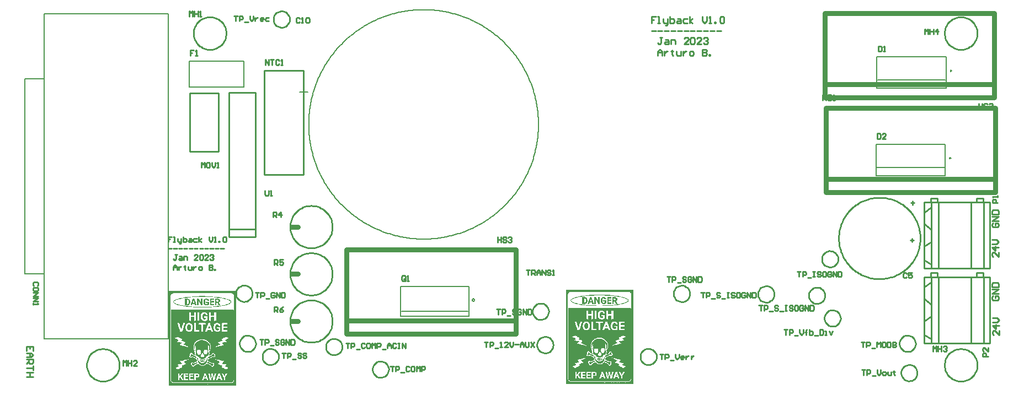
<source format=gto>
G04*
G04 #@! TF.GenerationSoftware,Altium Limited,Altium Designer,22.0.2 (36)*
G04*
G04 Layer_Color=65535*
%FSLAX25Y25*%
%MOIN*%
G70*
G04*
G04 #@! TF.SameCoordinates,4B23997A-F780-4CFF-BF2E-C76CCAE4F475*
G04*
G04*
G04 #@! TF.FilePolarity,Positive*
G04*
G01*
G75*
%ADD10C,0.01000*%
%ADD11C,0.00600*%
%ADD12C,0.03150*%
%ADD13C,0.00500*%
G36*
X128947Y-591D02*
X88316D01*
Y56595D01*
X128947D01*
Y-591D01*
D02*
G37*
G36*
X368944Y269D02*
X328313D01*
Y57454D01*
X368944D01*
Y269D01*
D02*
G37*
%LPC*%
G36*
X126368Y55305D02*
X91111D01*
Y55090D01*
X90251D01*
Y54875D01*
X90036D01*
Y54660D01*
X89821D01*
Y54445D01*
X89606D01*
Y54015D01*
X89391D01*
Y2204D01*
X89606D01*
Y1774D01*
X89821D01*
Y1559D01*
X90036D01*
Y1344D01*
X90251D01*
Y1129D01*
X90681D01*
Y914D01*
X126583D01*
Y1129D01*
X127013D01*
Y1344D01*
X127443D01*
Y1774D01*
X127657D01*
Y1989D01*
X127873D01*
Y40471D01*
Y40686D01*
Y54015D01*
X127657D01*
Y54445D01*
X127443D01*
Y54660D01*
X127227D01*
Y54875D01*
X127013D01*
Y55090D01*
X126368D01*
Y55305D01*
D02*
G37*
G36*
X124433Y484D02*
X124218D01*
Y269D01*
X124433D01*
Y484D01*
D02*
G37*
G36*
X120778D02*
X120563D01*
Y269D01*
X120778D01*
Y484D01*
D02*
G37*
G36*
X119273D02*
X119058D01*
Y269D01*
X119273D01*
Y484D01*
D02*
G37*
G36*
X117338D02*
X116908D01*
Y269D01*
X117338D01*
Y484D01*
D02*
G37*
G36*
X116049D02*
X115833D01*
Y269D01*
X116049D01*
Y484D01*
D02*
G37*
G36*
X111964D02*
X111534D01*
Y269D01*
X111749D01*
Y54D01*
X111964D01*
Y484D01*
D02*
G37*
%LPD*%
G36*
X110459Y53370D02*
X114974D01*
Y53155D01*
X117338D01*
Y52940D01*
X119058D01*
Y52725D01*
X120348D01*
Y52510D01*
X121423D01*
Y52295D01*
X122498D01*
Y52080D01*
X123143D01*
Y51865D01*
X124003D01*
Y51650D01*
X124433D01*
Y51435D01*
X124863D01*
Y51220D01*
X125293D01*
Y51005D01*
X125723D01*
Y50790D01*
X125938D01*
Y50575D01*
X126153D01*
Y49715D01*
X125938D01*
Y49285D01*
X125508D01*
Y49070D01*
X125293D01*
Y48855D01*
X124863D01*
Y48640D01*
X124433D01*
Y48425D01*
X123788D01*
Y48210D01*
X123143D01*
Y47995D01*
X122283D01*
Y47780D01*
X121208D01*
Y47565D01*
X120133D01*
Y47350D01*
X118628D01*
Y47135D01*
X116908D01*
Y46920D01*
X114329D01*
Y46705D01*
X102935D01*
Y46920D01*
X100355D01*
Y47135D01*
X98635D01*
Y47350D01*
X97130D01*
Y47565D01*
X96055D01*
Y47780D01*
X94980D01*
Y47995D01*
X94120D01*
Y48210D01*
X93475D01*
Y48425D01*
X92830D01*
Y48640D01*
X92400D01*
Y48855D01*
X91971D01*
Y49070D01*
X91756D01*
Y49285D01*
X91541D01*
Y49500D01*
X91326D01*
Y49715D01*
X91111D01*
Y50360D01*
X91326D01*
Y50790D01*
X91541D01*
Y51005D01*
X91971D01*
Y51220D01*
X92400D01*
Y51435D01*
X92830D01*
Y51650D01*
X93475D01*
Y51865D01*
X94120D01*
Y52080D01*
X94765D01*
Y52295D01*
X95840D01*
Y52510D01*
X96915D01*
Y52725D01*
X98205D01*
Y52940D01*
X99925D01*
Y53155D01*
X102290D01*
Y53370D01*
X106804D01*
Y53585D01*
X110459D01*
Y53370D01*
D02*
G37*
G36*
X127443Y45200D02*
X127657D01*
Y2634D01*
X127443D01*
Y1989D01*
X127227D01*
Y1774D01*
X127013D01*
Y1559D01*
X126798D01*
Y1344D01*
X90681D01*
Y1559D01*
X90251D01*
Y1774D01*
X90036D01*
Y1989D01*
X89821D01*
Y45415D01*
X127443D01*
Y45200D01*
D02*
G37*
%LPC*%
G36*
X111749Y53155D02*
X105514D01*
Y52940D01*
X101645D01*
Y52725D01*
X99710D01*
Y52510D01*
X97990D01*
Y52295D01*
X96700D01*
Y52080D01*
X95625D01*
Y51865D01*
X94765D01*
Y51650D01*
X93905D01*
Y51435D01*
X93261D01*
Y51220D01*
X92830D01*
Y51005D01*
X92400D01*
Y50790D01*
X91971D01*
Y50575D01*
X91756D01*
Y50360D01*
X91541D01*
Y49715D01*
X91756D01*
Y49500D01*
X91971D01*
Y49285D01*
X92400D01*
Y49070D01*
X92830D01*
Y48855D01*
X93475D01*
Y48640D01*
X94120D01*
Y48425D01*
X94980D01*
Y48210D01*
X95840D01*
Y47995D01*
X96915D01*
Y47780D01*
X98205D01*
Y47565D01*
X99925D01*
Y47350D01*
X102290D01*
Y47135D01*
X106804D01*
Y46920D01*
X110459D01*
Y47135D01*
X114974D01*
Y47350D01*
X117338D01*
Y47565D01*
X119058D01*
Y47780D01*
X120348D01*
Y47995D01*
X121423D01*
Y48210D01*
X122498D01*
Y48425D01*
X123143D01*
Y48640D01*
X123788D01*
Y48855D01*
X124433D01*
Y49070D01*
X124863D01*
Y49285D01*
X125293D01*
Y49500D01*
X125508D01*
Y49715D01*
X125723D01*
Y50360D01*
X125508D01*
Y50575D01*
X125293D01*
Y50790D01*
X124863D01*
Y51005D01*
X124433D01*
Y51220D01*
X124003D01*
Y51435D01*
X123358D01*
Y51650D01*
X122713D01*
Y51865D01*
X121638D01*
Y52080D01*
X120563D01*
Y52295D01*
X119273D01*
Y52510D01*
X117553D01*
Y52725D01*
X115619D01*
Y52940D01*
X111749D01*
Y53155D01*
D02*
G37*
%LPD*%
G36*
Y51865D02*
X112179D01*
Y51650D01*
X112394D01*
Y51220D01*
X112609D01*
Y50790D01*
X111749D01*
Y51005D01*
X111534D01*
Y51220D01*
X111104D01*
Y51435D01*
X110889D01*
Y51220D01*
X110459D01*
Y50790D01*
X110244D01*
Y49285D01*
X110459D01*
Y48855D01*
X110889D01*
Y48640D01*
X111319D01*
Y48855D01*
X111749D01*
Y49500D01*
X110889D01*
Y50145D01*
X112609D01*
Y48425D01*
X112394D01*
Y48210D01*
X111964D01*
Y47995D01*
X110244D01*
Y48210D01*
X110029D01*
Y48425D01*
X109814D01*
Y48640D01*
X109599D01*
Y48855D01*
X109384D01*
Y51220D01*
X109599D01*
Y51435D01*
X109814D01*
Y51650D01*
X110029D01*
Y51865D01*
X110244D01*
Y52080D01*
X111749D01*
Y51865D01*
D02*
G37*
G36*
X108739Y47995D02*
X107879D01*
Y48210D01*
X107664D01*
Y48640D01*
X107449D01*
Y48855D01*
X107234D01*
Y49285D01*
X107019D01*
Y49715D01*
X106804D01*
Y49930D01*
X106589D01*
Y50360D01*
X106374D01*
Y47995D01*
X105514D01*
Y52080D01*
X106374D01*
Y51865D01*
X106589D01*
Y51650D01*
X106804D01*
Y51220D01*
X107019D01*
Y50790D01*
X107234D01*
Y50575D01*
X107449D01*
Y50145D01*
X107664D01*
Y49715D01*
X107879D01*
Y52080D01*
X108739D01*
Y47995D01*
D02*
G37*
G36*
X118413Y51865D02*
X118843D01*
Y51650D01*
X119058D01*
Y51435D01*
X119273D01*
Y50145D01*
X119058D01*
Y49930D01*
X118843D01*
Y49715D01*
X118628D01*
Y49500D01*
X118843D01*
Y49070D01*
X119058D01*
Y48640D01*
X119273D01*
Y48210D01*
X119488D01*
Y47995D01*
X118413D01*
Y48425D01*
X118198D01*
Y48855D01*
X117983D01*
Y49285D01*
X117768D01*
Y49500D01*
X117338D01*
Y49285D01*
X117123D01*
Y47995D01*
X116263D01*
Y51220D01*
Y51435D01*
Y52080D01*
X118413D01*
Y51865D01*
D02*
G37*
G36*
X115833Y51220D02*
X114114D01*
Y50360D01*
X114329D01*
Y50575D01*
X115619D01*
Y49715D01*
X114114D01*
Y48855D01*
X115833D01*
Y47995D01*
X113254D01*
Y52080D01*
X115833D01*
Y51220D01*
D02*
G37*
G36*
X103795Y51650D02*
X104009D01*
Y51220D01*
X104225D01*
Y50575D01*
X104439D01*
Y49930D01*
X104655D01*
Y49500D01*
X104869D01*
Y48855D01*
X105084D01*
Y48210D01*
X105299D01*
Y47995D01*
X104225D01*
Y48640D01*
X104009D01*
Y48855D01*
X102720D01*
Y48640D01*
X102505D01*
Y47995D01*
X101430D01*
Y48210D01*
X101645D01*
Y48855D01*
X101860D01*
Y49500D01*
X102075D01*
Y50145D01*
X102290D01*
Y50575D01*
X102505D01*
Y51220D01*
X102720D01*
Y51865D01*
X102935D01*
Y52080D01*
X103795D01*
Y51650D01*
D02*
G37*
G36*
X100140Y51865D02*
X100570D01*
Y51650D01*
X100785D01*
Y51435D01*
X101000D01*
Y51220D01*
X101215D01*
Y50575D01*
X101430D01*
Y50360D01*
Y50145D01*
Y49285D01*
X101215D01*
Y48855D01*
X101000D01*
Y48640D01*
X100785D01*
Y48425D01*
X100570D01*
Y48210D01*
X100140D01*
Y47995D01*
X98205D01*
Y52080D01*
X100140D01*
Y51865D01*
D02*
G37*
%LPC*%
G36*
X118198Y51220D02*
X117123D01*
Y50360D01*
X117338D01*
Y50145D01*
X117983D01*
Y50360D01*
X118413D01*
Y50575D01*
Y51005D01*
X118198D01*
Y51220D01*
D02*
G37*
G36*
X103365Y50575D02*
X103150D01*
Y50360D01*
Y49930D01*
X102935D01*
Y49500D01*
X103795D01*
Y49715D01*
X103580D01*
Y50360D01*
X103365D01*
Y50575D01*
D02*
G37*
G36*
X100140Y51220D02*
X99280D01*
Y51005D01*
Y48855D01*
X100140D01*
Y49070D01*
X100355D01*
Y51005D01*
X100140D01*
Y51220D01*
D02*
G37*
G36*
X110889Y43696D02*
X108739D01*
Y43481D01*
X108524D01*
Y43266D01*
X108309D01*
Y43051D01*
X108094D01*
Y42836D01*
X107879D01*
Y42191D01*
X107664D01*
Y40256D01*
X107879D01*
Y39611D01*
X108094D01*
Y39396D01*
X108309D01*
Y39181D01*
X108524D01*
Y38966D01*
X108739D01*
Y38751D01*
X109384D01*
Y38536D01*
X110674D01*
Y38751D01*
X111319D01*
Y38966D01*
X111534D01*
Y39181D01*
X111749D01*
Y41331D01*
X109814D01*
Y40471D01*
X110889D01*
Y39611D01*
X110459D01*
Y39396D01*
X109384D01*
Y39611D01*
X109169D01*
Y39826D01*
X108954D01*
Y40256D01*
X108739D01*
Y42191D01*
X108954D01*
Y42621D01*
X109169D01*
Y42836D01*
X109599D01*
Y43051D01*
X110244D01*
Y42836D01*
X110674D01*
Y42406D01*
X110889D01*
Y42191D01*
X111749D01*
Y42836D01*
X111534D01*
Y43266D01*
X111319D01*
Y43481D01*
X110889D01*
Y43696D01*
D02*
G37*
G36*
X116908D02*
X115833D01*
Y41761D01*
X113684D01*
Y43696D01*
X112609D01*
Y38751D01*
X113469D01*
Y38536D01*
X113684D01*
Y40686D01*
X113899D01*
Y40901D01*
X115833D01*
Y38536D01*
X116049D01*
Y38751D01*
X116908D01*
Y41116D01*
Y41331D01*
Y43696D01*
D02*
G37*
G36*
X104869D02*
X103795D01*
Y41761D01*
X101645D01*
Y41976D01*
Y43696D01*
X100570D01*
Y38751D01*
X101430D01*
Y38536D01*
X101645D01*
Y40901D01*
X103795D01*
Y38536D01*
X104009D01*
Y38751D01*
X104869D01*
Y43696D01*
D02*
G37*
G36*
X106804D02*
X105729D01*
Y38751D01*
X106589D01*
Y38536D01*
X106804D01*
Y42621D01*
Y42836D01*
Y43696D01*
D02*
G37*
G36*
X118198Y37246D02*
X116908D01*
Y37031D01*
X116478D01*
Y36816D01*
X116049D01*
Y36601D01*
X115833D01*
Y36171D01*
X115619D01*
Y35526D01*
X115403D01*
Y33591D01*
X115619D01*
Y32947D01*
X115833D01*
Y32732D01*
X116049D01*
Y32517D01*
X116263D01*
Y32302D01*
X116693D01*
Y32087D01*
X118843D01*
Y32302D01*
X119273D01*
Y32517D01*
X119488D01*
Y34666D01*
X117553D01*
Y34021D01*
X118413D01*
Y33806D01*
X118628D01*
Y33162D01*
X118413D01*
Y32947D01*
X117983D01*
Y32732D01*
X117338D01*
Y32947D01*
X116908D01*
Y33162D01*
X116693D01*
Y33591D01*
X116478D01*
Y35526D01*
X116693D01*
Y35956D01*
X116908D01*
Y36171D01*
X117123D01*
Y36386D01*
X117983D01*
Y36171D01*
X118413D01*
Y35741D01*
X118628D01*
Y35526D01*
X119488D01*
Y36171D01*
X119273D01*
Y36601D01*
X119058D01*
Y36816D01*
X118843D01*
Y37031D01*
X118198D01*
Y37246D01*
D02*
G37*
G36*
X98205D02*
X97130D01*
Y37031D01*
X96915D01*
Y36386D01*
X96700D01*
Y35741D01*
X96485D01*
Y35096D01*
X96270D01*
Y34236D01*
X96055D01*
Y33591D01*
X95625D01*
Y34451D01*
X95410D01*
Y35096D01*
X95195D01*
Y35956D01*
X94980D01*
Y36601D01*
X94765D01*
Y37031D01*
X94550D01*
Y37246D01*
X93690D01*
Y36386D01*
X93905D01*
Y35741D01*
X94120D01*
Y35096D01*
X94335D01*
Y34451D01*
X94550D01*
Y34021D01*
X94765D01*
Y33377D01*
X94980D01*
Y32732D01*
X95195D01*
Y32087D01*
X96485D01*
Y32517D01*
X96700D01*
Y33162D01*
X96915D01*
Y33591D01*
Y33806D01*
X97130D01*
Y34451D01*
X97345D01*
Y35096D01*
X97560D01*
Y35741D01*
X97775D01*
Y36386D01*
X97990D01*
Y36816D01*
X98205D01*
Y37246D01*
D02*
G37*
G36*
X123788D02*
X120563D01*
Y37031D01*
X120348D01*
Y36816D01*
Y36601D01*
Y32087D01*
X123788D01*
Y32947D01*
X121423D01*
Y34236D01*
X123573D01*
Y35096D01*
X121423D01*
Y36171D01*
X121638D01*
Y36386D01*
X123788D01*
Y37246D01*
D02*
G37*
G36*
X113254D02*
X112394D01*
Y37031D01*
X112179D01*
Y36601D01*
X111964D01*
Y36171D01*
X111749D01*
Y35526D01*
X111534D01*
Y34881D01*
X111319D01*
Y34451D01*
X111104D01*
Y33806D01*
X110889D01*
Y33162D01*
X110674D01*
Y32732D01*
X110459D01*
Y32087D01*
X111534D01*
Y32517D01*
X111749D01*
Y33162D01*
X113684D01*
Y32732D01*
X113899D01*
Y32087D01*
X114974D01*
Y32732D01*
X114759D01*
Y33377D01*
X114544D01*
Y33806D01*
X114329D01*
Y34451D01*
X114114D01*
Y35096D01*
X113899D01*
Y35526D01*
X113684D01*
Y35741D01*
Y36171D01*
X113469D01*
Y36816D01*
X113254D01*
Y37246D01*
D02*
G37*
G36*
X110459D02*
X106589D01*
Y37031D01*
X106374D01*
Y36386D01*
X107879D01*
Y36171D01*
X108094D01*
Y32087D01*
X108954D01*
Y32947D01*
Y33162D01*
Y36171D01*
X109169D01*
Y36386D01*
X110674D01*
Y37031D01*
X110459D01*
Y37246D01*
D02*
G37*
G36*
X104655D02*
X103580D01*
Y32087D01*
X106804D01*
Y32947D01*
X104655D01*
Y33377D01*
Y33591D01*
Y37246D01*
D02*
G37*
G36*
X101215D02*
X100140D01*
Y37031D01*
X99495D01*
Y36816D01*
X99280D01*
Y36601D01*
X99065D01*
Y36386D01*
X98850D01*
Y35956D01*
X98635D01*
Y35311D01*
X98420D01*
Y33806D01*
X98635D01*
Y33162D01*
X98850D01*
Y32732D01*
X99065D01*
Y32517D01*
X99280D01*
Y32302D01*
X99710D01*
Y32087D01*
X101645D01*
Y32302D01*
X101860D01*
Y32517D01*
X102290D01*
Y32947D01*
X102505D01*
Y33377D01*
X102720D01*
Y35956D01*
X102505D01*
Y36386D01*
X102290D01*
Y36601D01*
X102075D01*
Y36816D01*
X101860D01*
Y37031D01*
X101215D01*
Y37246D01*
D02*
G37*
G36*
X123143Y28862D02*
X122713D01*
Y28647D01*
X122283D01*
Y28432D01*
X121853D01*
Y28217D01*
X121423D01*
Y28002D01*
X120993D01*
Y27787D01*
X120563D01*
Y27572D01*
X120348D01*
Y27142D01*
X120563D01*
Y26927D01*
X120778D01*
Y26497D01*
X120133D01*
Y26282D01*
X119703D01*
Y26067D01*
X119058D01*
Y25852D01*
X118413D01*
Y25637D01*
X118198D01*
Y25422D01*
X118413D01*
Y25207D01*
X118628D01*
Y24992D01*
X118843D01*
Y24777D01*
X119058D01*
Y24562D01*
X119273D01*
Y24132D01*
X118843D01*
Y23917D01*
X118413D01*
Y23702D01*
X117983D01*
Y23487D01*
X117553D01*
Y23272D01*
X117123D01*
Y23057D01*
X116693D01*
Y22842D01*
X117553D01*
Y23057D01*
X118628D01*
Y23272D01*
X119488D01*
Y23487D01*
X120348D01*
Y23702D01*
X121423D01*
Y23917D01*
X121638D01*
Y24132D01*
X121423D01*
Y24347D01*
X121208D01*
Y24562D01*
X120993D01*
Y24777D01*
X120778D01*
Y24992D01*
X120563D01*
Y25422D01*
X121423D01*
Y25637D01*
X122498D01*
Y25852D01*
X123358D01*
Y26067D01*
X123143D01*
Y26282D01*
X122928D01*
Y26497D01*
X122713D01*
Y26712D01*
X122498D01*
Y27142D01*
X122928D01*
Y27357D01*
X123358D01*
Y27572D01*
X123788D01*
Y27787D01*
X124218D01*
Y28002D01*
X124433D01*
Y28217D01*
X124003D01*
Y28432D01*
X123573D01*
Y28647D01*
X123143D01*
Y28862D01*
D02*
G37*
G36*
X116693Y22842D02*
X116263D01*
Y22627D01*
X116693D01*
Y22842D01*
D02*
G37*
G36*
X94120Y28862D02*
X93690D01*
Y28647D01*
X93046D01*
Y28432D01*
X92615D01*
Y28217D01*
X92186D01*
Y28002D01*
X92400D01*
Y27787D01*
X92830D01*
Y27572D01*
X93261D01*
Y27357D01*
X93690D01*
Y27142D01*
X94120D01*
Y26497D01*
X93905D01*
Y26282D01*
X93690D01*
Y26067D01*
X93475D01*
Y25852D01*
X94335D01*
Y25637D01*
X95410D01*
Y25422D01*
X96270D01*
Y25207D01*
X96055D01*
Y24992D01*
X95840D01*
Y24777D01*
X95625D01*
Y24562D01*
X95410D01*
Y24347D01*
X95195D01*
Y24132D01*
X94980D01*
Y23917D01*
X95410D01*
Y23702D01*
X96270D01*
Y23487D01*
X97345D01*
Y23272D01*
X98205D01*
Y23057D01*
X99065D01*
Y22842D01*
X99925D01*
Y22627D01*
X100570D01*
Y22842D01*
X99925D01*
Y23057D01*
X99710D01*
Y23272D01*
X99280D01*
Y23487D01*
X98850D01*
Y23702D01*
X98420D01*
Y23917D01*
X97990D01*
Y24132D01*
X97560D01*
Y24562D01*
X97775D01*
Y24777D01*
X97990D01*
Y24992D01*
X98205D01*
Y25422D01*
X98420D01*
Y25637D01*
X98205D01*
Y25852D01*
X97775D01*
Y26067D01*
X97130D01*
Y26282D01*
X96485D01*
Y26497D01*
X96055D01*
Y26927D01*
X96270D01*
Y27357D01*
X96485D01*
Y27572D01*
X96055D01*
Y27787D01*
X95625D01*
Y28002D01*
X95195D01*
Y28217D01*
X94980D01*
Y28432D01*
X94550D01*
Y28647D01*
X94120D01*
Y28862D01*
D02*
G37*
G36*
X110029Y27357D02*
X107019D01*
Y27142D01*
X106374D01*
Y26927D01*
X105944D01*
Y26712D01*
X105514D01*
Y26497D01*
X105299D01*
Y26282D01*
X104869D01*
Y26067D01*
X104655D01*
Y25852D01*
X104439D01*
Y25637D01*
X104225D01*
Y25207D01*
X104009D01*
Y24992D01*
X103795D01*
Y24562D01*
X103580D01*
Y23917D01*
X103365D01*
Y21123D01*
X103580D01*
Y20263D01*
X103795D01*
Y19833D01*
X104009D01*
Y19403D01*
X104225D01*
Y18328D01*
X104439D01*
Y17683D01*
X104225D01*
Y17898D01*
X103580D01*
Y18113D01*
X103150D01*
Y18328D01*
X102935D01*
Y18543D01*
X102720D01*
Y18758D01*
Y18973D01*
X102505D01*
Y19188D01*
X102075D01*
Y19403D01*
X101645D01*
Y19188D01*
X101430D01*
Y18758D01*
X101215D01*
Y17898D01*
X101000D01*
Y17253D01*
X100785D01*
Y16608D01*
X101000D01*
Y16393D01*
X102290D01*
Y16608D01*
X103150D01*
Y16393D01*
X103580D01*
Y16178D01*
X104009D01*
Y15963D01*
X104439D01*
Y15748D01*
X104869D01*
Y15533D01*
X105084D01*
Y15103D01*
X105299D01*
Y14028D01*
X105084D01*
Y13813D01*
X104655D01*
Y13598D01*
X104225D01*
Y13383D01*
X103795D01*
Y13168D01*
X102935D01*
Y13383D01*
X102075D01*
Y13168D01*
X101860D01*
Y12953D01*
X101645D01*
Y12738D01*
X101860D01*
Y12093D01*
X102075D01*
Y11663D01*
X102290D01*
Y11233D01*
X102505D01*
Y11018D01*
X102935D01*
Y10803D01*
X103365D01*
Y11018D01*
X103795D01*
Y11233D01*
X104009D01*
Y11448D01*
X104225D01*
Y11663D01*
X104439D01*
Y11878D01*
X104655D01*
Y12093D01*
X105084D01*
Y12308D01*
X105514D01*
Y12523D01*
X105944D01*
Y12738D01*
X106159D01*
Y12523D01*
X106374D01*
Y12308D01*
X106589D01*
Y12093D01*
X107019D01*
Y11878D01*
X107234D01*
Y11663D01*
X107664D01*
Y11448D01*
X109599D01*
Y11663D01*
X110244D01*
Y11878D01*
X110459D01*
Y12093D01*
X110889D01*
Y12308D01*
X111104D01*
Y12523D01*
X111319D01*
Y12738D01*
X111749D01*
Y12523D01*
X112179D01*
Y12308D01*
X112609D01*
Y12093D01*
X113039D01*
Y11878D01*
X113254D01*
Y11663D01*
X113684D01*
Y11448D01*
X113899D01*
Y11233D01*
X114114D01*
Y11018D01*
X114329D01*
Y10803D01*
X114544D01*
Y10588D01*
X114974D01*
Y10803D01*
X115189D01*
Y11018D01*
X115403D01*
Y11233D01*
X115619D01*
Y11663D01*
X115833D01*
Y13168D01*
X114114D01*
Y13383D01*
X113469D01*
Y13598D01*
X113039D01*
Y13813D01*
X112609D01*
Y14028D01*
X112179D01*
Y14243D01*
X111964D01*
Y14888D01*
X112179D01*
Y15318D01*
X112394D01*
Y15533D01*
X112609D01*
Y15748D01*
X113039D01*
Y15963D01*
X113469D01*
Y16178D01*
X113899D01*
Y16393D01*
X114329D01*
Y16608D01*
X116049D01*
Y16823D01*
X116478D01*
Y17253D01*
X116693D01*
Y17468D01*
X116478D01*
Y17898D01*
X116263D01*
Y18328D01*
X116049D01*
Y18543D01*
X115833D01*
Y18973D01*
X115619D01*
Y19188D01*
X114759D01*
Y18758D01*
X114544D01*
Y18328D01*
X114329D01*
Y18113D01*
X113899D01*
Y17898D01*
X113684D01*
Y17683D01*
X112824D01*
Y18543D01*
X113039D01*
Y19403D01*
X112824D01*
Y20048D01*
X113039D01*
Y20478D01*
X113254D01*
Y20908D01*
X113469D01*
Y21338D01*
X113684D01*
Y24132D01*
X113469D01*
Y24562D01*
X113254D01*
Y24992D01*
X113039D01*
Y25207D01*
X112824D01*
Y25422D01*
X112609D01*
Y25637D01*
X112394D01*
Y25852D01*
X112179D01*
Y26067D01*
X111964D01*
Y26282D01*
X111749D01*
Y26497D01*
X111319D01*
Y26712D01*
X111104D01*
Y26927D01*
X110674D01*
Y27142D01*
X110029D01*
Y27357D01*
D02*
G37*
G36*
X116263Y15533D02*
X116049D01*
Y15318D01*
X116263D01*
Y15533D01*
D02*
G37*
G36*
X100785D02*
X100570D01*
Y15318D01*
X100785D01*
Y15533D01*
D02*
G37*
G36*
X117123Y15318D02*
X116478D01*
Y15103D01*
X116908D01*
Y14888D01*
X117338D01*
Y14673D01*
X117768D01*
Y14458D01*
X118198D01*
Y14243D01*
X118628D01*
Y14028D01*
X118843D01*
Y13813D01*
X119273D01*
Y13598D01*
X119058D01*
Y13383D01*
X118843D01*
Y13168D01*
X118628D01*
Y12953D01*
X118413D01*
Y12738D01*
X118198D01*
Y12308D01*
X118628D01*
Y12093D01*
X119273D01*
Y11878D01*
X119918D01*
Y11663D01*
X120348D01*
Y11448D01*
X120563D01*
Y11018D01*
X120348D01*
Y10803D01*
X120133D01*
Y10588D01*
X120348D01*
Y10373D01*
X120778D01*
Y10159D01*
X121208D01*
Y9944D01*
X121638D01*
Y9729D01*
X122068D01*
Y9514D01*
X122498D01*
Y9299D01*
X123358D01*
Y9514D01*
X123788D01*
Y9729D01*
X124218D01*
Y9944D01*
X124433D01*
Y10159D01*
X124003D01*
Y10373D01*
X123573D01*
Y10588D01*
X123143D01*
Y10803D01*
X122713D01*
Y11018D01*
X122498D01*
Y11448D01*
X122713D01*
Y11663D01*
X122928D01*
Y11878D01*
X123143D01*
Y12093D01*
X122928D01*
Y12308D01*
X121853D01*
Y12523D01*
X120778D01*
Y12738D01*
X120563D01*
Y13168D01*
X120993D01*
Y13598D01*
X121208D01*
Y13813D01*
X121423D01*
Y14028D01*
X121638D01*
Y14243D01*
X120778D01*
Y14458D01*
X119918D01*
Y14673D01*
X119058D01*
Y14888D01*
X117983D01*
Y15103D01*
X117123D01*
Y15318D01*
D02*
G37*
G36*
X100355D02*
X99710D01*
Y15103D01*
X98850D01*
Y14888D01*
X97775D01*
Y14673D01*
X96915D01*
Y14458D01*
X96055D01*
Y14243D01*
X95195D01*
Y14028D01*
X95410D01*
Y13813D01*
X95625D01*
Y13598D01*
X95840D01*
Y13168D01*
X96055D01*
Y12953D01*
X96270D01*
Y12738D01*
X96055D01*
Y12523D01*
X94980D01*
Y12308D01*
X93905D01*
Y12093D01*
X93690D01*
Y11878D01*
X93905D01*
Y11663D01*
X94120D01*
Y11448D01*
X94335D01*
Y11018D01*
X94120D01*
Y10803D01*
X93690D01*
Y10588D01*
X93261D01*
Y10373D01*
X92830D01*
Y10159D01*
X92400D01*
Y9944D01*
X92615D01*
Y9729D01*
X93046D01*
Y9514D01*
X93475D01*
Y9299D01*
X94335D01*
Y9514D01*
X94765D01*
Y9729D01*
X95195D01*
Y9944D01*
X95625D01*
Y10159D01*
X96055D01*
Y10373D01*
X96485D01*
Y10588D01*
X96700D01*
Y10803D01*
X96485D01*
Y11018D01*
X96270D01*
Y11448D01*
X96485D01*
Y11663D01*
X96915D01*
Y11878D01*
X97560D01*
Y12093D01*
X98205D01*
Y12308D01*
X98635D01*
Y12738D01*
X98420D01*
Y12953D01*
X98205D01*
Y13168D01*
X97990D01*
Y13383D01*
X97775D01*
Y13598D01*
X97560D01*
Y13813D01*
X97775D01*
Y14028D01*
X98205D01*
Y14243D01*
X98635D01*
Y14458D01*
X99065D01*
Y14673D01*
X99495D01*
Y14888D01*
X99925D01*
Y15103D01*
X100355D01*
Y15318D01*
D02*
G37*
G36*
X103365Y6719D02*
X100785D01*
Y2849D01*
X103365D01*
Y3494D01*
X101430D01*
Y4569D01*
X103150D01*
Y5214D01*
X101430D01*
Y6074D01*
X101645D01*
Y6289D01*
X101860D01*
Y6074D01*
X103150D01*
Y6289D01*
X103365D01*
Y6719D01*
D02*
G37*
G36*
X100140D02*
X97560D01*
Y3494D01*
Y3279D01*
Y2849D01*
X100140D01*
Y3494D01*
X98420D01*
Y4569D01*
X99925D01*
Y5214D01*
X98420D01*
Y6289D01*
X98635D01*
Y6074D01*
X100140D01*
Y6719D01*
D02*
G37*
G36*
X123573D02*
X122713D01*
Y6289D01*
X122498D01*
Y5859D01*
X122283D01*
Y5429D01*
X122068D01*
Y5214D01*
X121853D01*
Y5644D01*
X121638D01*
Y6074D01*
X121423D01*
Y6504D01*
X121208D01*
Y6719D01*
X120348D01*
Y6504D01*
X120563D01*
Y6074D01*
X120778D01*
Y5644D01*
X120993D01*
Y5214D01*
X121208D01*
Y4784D01*
X121423D01*
Y4354D01*
X121638D01*
Y2849D01*
X122283D01*
Y4139D01*
X122498D01*
Y4784D01*
X122713D01*
Y5214D01*
X122928D01*
Y5429D01*
X123143D01*
Y5859D01*
X123358D01*
Y6289D01*
X123573D01*
Y6719D01*
D02*
G37*
G36*
X96915D02*
X96055D01*
Y6504D01*
X95840D01*
Y6289D01*
X95625D01*
Y5859D01*
X95410D01*
Y5644D01*
X95195D01*
Y5429D01*
X94980D01*
Y5214D01*
X94765D01*
Y6719D01*
X94120D01*
Y2849D01*
X94765D01*
Y4139D01*
X94980D01*
Y4354D01*
X95410D01*
Y4139D01*
X95625D01*
Y3709D01*
X95840D01*
Y3279D01*
X96055D01*
Y3064D01*
X96270D01*
Y2849D01*
X97130D01*
Y3064D01*
X96915D01*
Y3494D01*
X96700D01*
Y3709D01*
X96485D01*
Y4139D01*
X96270D01*
Y4569D01*
X96055D01*
Y4784D01*
X95840D01*
Y5214D01*
X96055D01*
Y5644D01*
X96270D01*
Y5859D01*
X96485D01*
Y6074D01*
X96700D01*
Y6289D01*
X96915D01*
Y6719D01*
D02*
G37*
G36*
X116908D02*
X116049D01*
Y5644D01*
X115833D01*
Y4569D01*
X115619D01*
Y4354D01*
X115403D01*
Y5214D01*
X115189D01*
Y6074D01*
X114974D01*
Y6719D01*
X114114D01*
Y5644D01*
X113899D01*
Y4784D01*
X113684D01*
Y4139D01*
X113469D01*
Y4999D01*
X113254D01*
Y6289D01*
X113039D01*
Y6719D01*
X112394D01*
Y5644D01*
X112609D01*
Y4784D01*
X112824D01*
Y3709D01*
X113039D01*
Y2849D01*
X113899D01*
Y3279D01*
X114114D01*
Y3709D01*
Y3924D01*
Y4139D01*
X114329D01*
Y4999D01*
X114544D01*
Y5214D01*
X114759D01*
Y4354D01*
X114974D01*
Y3494D01*
X115189D01*
Y2849D01*
X116049D01*
Y3279D01*
X116263D01*
Y4354D01*
X116478D01*
Y5214D01*
X116693D01*
Y6289D01*
X116908D01*
Y6719D01*
D02*
G37*
G36*
X119273D02*
X118413D01*
Y6504D01*
X118198D01*
Y5859D01*
X117983D01*
Y5429D01*
X117768D01*
Y4784D01*
X117553D01*
Y4139D01*
X117338D01*
Y3709D01*
X117123D01*
Y3064D01*
X116908D01*
Y2849D01*
X117768D01*
Y3064D01*
X117983D01*
Y3709D01*
X119488D01*
Y3494D01*
X119703D01*
Y2849D01*
X120563D01*
Y3064D01*
Y3279D01*
X120348D01*
Y3924D01*
X120133D01*
Y4569D01*
X119918D01*
Y4999D01*
X119703D01*
Y5644D01*
X119488D01*
Y6289D01*
X119273D01*
Y6719D01*
D02*
G37*
G36*
X110889D02*
X109814D01*
Y6074D01*
X109599D01*
Y5429D01*
X109384D01*
Y4784D01*
X109169D01*
Y4354D01*
X108954D01*
Y3709D01*
X108739D01*
Y3064D01*
X108524D01*
Y2849D01*
X109384D01*
Y3279D01*
X109599D01*
Y3709D01*
X111104D01*
Y3279D01*
X111319D01*
Y2849D01*
X112179D01*
Y3279D01*
X111964D01*
Y3709D01*
X111749D01*
Y4354D01*
X111534D01*
Y4999D01*
X111319D01*
Y5429D01*
X111104D01*
Y5859D01*
Y6074D01*
X110889D01*
Y6719D01*
D02*
G37*
G36*
X106159D02*
X103795D01*
Y2849D01*
X104655D01*
Y4354D01*
X106374D01*
Y4569D01*
X106589D01*
Y4784D01*
X106804D01*
Y6289D01*
X106589D01*
Y6504D01*
X106159D01*
Y6719D01*
D02*
G37*
%LPD*%
G36*
X112824Y35526D02*
Y35311D01*
X113039D01*
Y34666D01*
X113254D01*
Y34021D01*
X112179D01*
Y34451D01*
X112394D01*
Y35096D01*
X112609D01*
Y35741D01*
X112824D01*
Y35526D01*
D02*
G37*
G36*
X101000Y36171D02*
X101430D01*
Y35741D01*
X101645D01*
Y34881D01*
X101860D01*
Y34236D01*
X101645D01*
Y33377D01*
X101430D01*
Y33162D01*
X101215D01*
Y32947D01*
X100785D01*
Y32732D01*
X100355D01*
Y32947D01*
X99925D01*
Y33162D01*
X99710D01*
Y33806D01*
X99495D01*
Y35526D01*
X99710D01*
Y35956D01*
X99925D01*
Y36171D01*
X100140D01*
Y36386D01*
X101000D01*
Y36171D01*
D02*
G37*
G36*
X109169Y26712D02*
X110029D01*
Y26497D01*
X110674D01*
Y26282D01*
X111104D01*
Y26067D01*
X111534D01*
Y25852D01*
X111749D01*
Y25637D01*
X111964D01*
Y25422D01*
X112179D01*
Y25207D01*
X112394D01*
Y24992D01*
X112609D01*
Y24777D01*
X112824D01*
Y24562D01*
X113039D01*
Y24132D01*
X113254D01*
Y23272D01*
X113469D01*
Y22197D01*
X113254D01*
Y21123D01*
X113039D01*
Y20693D01*
X112824D01*
Y20478D01*
X112609D01*
Y20693D01*
X112394D01*
Y21123D01*
X112609D01*
Y23272D01*
X112394D01*
Y23702D01*
X112179D01*
Y23917D01*
X111964D01*
Y23487D01*
X112179D01*
Y19833D01*
X112394D01*
Y19188D01*
X112609D01*
Y18543D01*
X112394D01*
Y17683D01*
X112179D01*
Y17468D01*
X111964D01*
Y17253D01*
X111534D01*
Y17038D01*
X111104D01*
Y16823D01*
X110889D01*
Y16608D01*
X110674D01*
Y16393D01*
Y16178D01*
X110459D01*
Y15963D01*
X110029D01*
Y15748D01*
X109384D01*
Y15533D01*
X107664D01*
Y15748D01*
X107234D01*
Y15963D01*
X106804D01*
Y16178D01*
X106589D01*
Y16608D01*
X106374D01*
Y16823D01*
X106159D01*
Y17038D01*
X105729D01*
Y17253D01*
X105299D01*
Y17468D01*
X105084D01*
Y17683D01*
X104869D01*
Y17898D01*
X104655D01*
Y20263D01*
X104869D01*
Y21338D01*
X104655D01*
Y22627D01*
X104439D01*
Y23057D01*
X104655D01*
Y23487D01*
X104439D01*
Y23272D01*
X104225D01*
Y21123D01*
X104439D01*
Y20478D01*
X104225D01*
Y20693D01*
X104009D01*
Y21553D01*
X103795D01*
Y23702D01*
X104009D01*
Y24347D01*
X104225D01*
Y24777D01*
X104439D01*
Y24992D01*
X104655D01*
Y25207D01*
X104869D01*
Y25422D01*
X105084D01*
Y25637D01*
X105299D01*
Y25852D01*
X105514D01*
Y26067D01*
X105944D01*
Y26282D01*
X106159D01*
Y26497D01*
X106804D01*
Y26712D01*
X107449D01*
Y26927D01*
X109169D01*
Y26712D01*
D02*
G37*
G36*
X102290Y18328D02*
X102505D01*
Y18113D01*
X102720D01*
Y17898D01*
X103150D01*
Y17683D01*
X103580D01*
Y17468D01*
X104009D01*
Y17253D01*
X104439D01*
Y17038D01*
X104869D01*
Y16823D01*
X105084D01*
Y16178D01*
X104439D01*
Y16393D01*
X104009D01*
Y16608D01*
X103580D01*
Y16823D01*
X103150D01*
Y17038D01*
X102075D01*
Y16823D01*
X101430D01*
Y17468D01*
X101645D01*
Y17898D01*
X101860D01*
Y18543D01*
X102290D01*
Y18328D01*
D02*
G37*
G36*
X115403Y18543D02*
X115619D01*
Y18113D01*
X115833D01*
Y17683D01*
X116049D01*
Y17038D01*
X114544D01*
Y16823D01*
X114114D01*
Y16608D01*
X113684D01*
Y16393D01*
X113254D01*
Y16178D01*
X112609D01*
Y15963D01*
X112179D01*
Y16823D01*
X112609D01*
Y17038D01*
X113039D01*
Y17253D01*
X113469D01*
Y17468D01*
X113899D01*
Y17683D01*
X114329D01*
Y17898D01*
X114759D01*
Y18328D01*
X114974D01*
Y18758D01*
X115403D01*
Y18543D01*
D02*
G37*
G36*
X110244Y15103D02*
X109814D01*
Y15318D01*
X110029D01*
Y15533D01*
X110244D01*
Y15103D01*
D02*
G37*
G36*
X109599D02*
X109814D01*
Y14888D01*
X109599D01*
Y14673D01*
X109384D01*
Y15318D01*
X109599D01*
Y15103D01*
D02*
G37*
G36*
X107664D02*
X109169D01*
Y14673D01*
X108954D01*
Y14243D01*
X109384D01*
Y14458D01*
X109599D01*
Y14243D01*
X109814D01*
Y14458D01*
X110244D01*
Y14243D01*
X110029D01*
Y14028D01*
X109599D01*
Y13813D01*
X109384D01*
Y14028D01*
X109169D01*
Y13598D01*
X108739D01*
Y13813D01*
X108309D01*
Y13598D01*
X108094D01*
Y13813D01*
X107879D01*
Y14028D01*
X107449D01*
Y14243D01*
X107019D01*
Y14673D01*
X107234D01*
Y14458D01*
X107664D01*
Y14243D01*
X108094D01*
Y14458D01*
X108309D01*
Y14243D01*
X108739D01*
Y14673D01*
X107449D01*
Y15318D01*
X107664D01*
Y15103D01*
D02*
G37*
G36*
X105514Y13383D02*
X105729D01*
Y12953D01*
X105299D01*
Y12738D01*
X104869D01*
Y12523D01*
X104439D01*
Y12308D01*
X104225D01*
Y12093D01*
X103795D01*
Y11878D01*
X103580D01*
Y11663D01*
X103365D01*
Y11448D01*
X102935D01*
Y11663D01*
X102720D01*
Y11878D01*
X102505D01*
Y12308D01*
X102290D01*
Y12738D01*
X102505D01*
Y12953D01*
X102935D01*
Y12738D01*
X103795D01*
Y12953D01*
X104225D01*
Y13168D01*
X104869D01*
Y13383D01*
X105299D01*
Y13598D01*
X105514D01*
Y13383D01*
D02*
G37*
G36*
X105944Y14888D02*
X106159D01*
Y14458D01*
X106374D01*
Y14243D01*
X106589D01*
Y14028D01*
X106804D01*
Y13813D01*
X107019D01*
Y13598D01*
X107234D01*
Y13383D01*
X107879D01*
Y13168D01*
X109384D01*
Y13383D01*
X110029D01*
Y13598D01*
X110244D01*
Y13813D01*
X110459D01*
Y14028D01*
X110674D01*
Y14243D01*
X110889D01*
Y14458D01*
X111104D01*
Y14888D01*
X111319D01*
Y15533D01*
X111534D01*
Y15963D01*
X111749D01*
Y14458D01*
X111534D01*
Y13813D01*
X111319D01*
Y13383D01*
X111104D01*
Y12953D01*
X110889D01*
Y12738D01*
X110674D01*
Y12523D01*
X110459D01*
Y12308D01*
X110029D01*
Y12093D01*
X109599D01*
Y11878D01*
X107879D01*
Y12093D01*
X107449D01*
Y12308D01*
X107234D01*
Y12523D01*
X106804D01*
Y12738D01*
X106589D01*
Y13168D01*
X106374D01*
Y13383D01*
X106159D01*
Y13813D01*
X105944D01*
Y14243D01*
X105729D01*
Y15318D01*
X105514D01*
Y16178D01*
X105944D01*
Y14888D01*
D02*
G37*
G36*
X112179Y13598D02*
X112609D01*
Y13383D01*
X113039D01*
Y13168D01*
X113469D01*
Y12953D01*
X114114D01*
Y12738D01*
X115189D01*
Y12523D01*
X115403D01*
Y12093D01*
X115189D01*
Y11448D01*
X114974D01*
Y11233D01*
X114544D01*
Y11448D01*
X114114D01*
Y11663D01*
X113899D01*
Y11878D01*
X113684D01*
Y12093D01*
X113469D01*
Y12308D01*
X113039D01*
Y12523D01*
X112609D01*
Y12738D01*
X112179D01*
Y12953D01*
X111749D01*
Y13168D01*
X111534D01*
Y13383D01*
X111749D01*
Y13598D01*
X111964D01*
Y13813D01*
X112179D01*
Y13598D01*
D02*
G37*
%LPC*%
G36*
X111319Y21123D02*
X109814D01*
Y20908D01*
X109599D01*
Y20478D01*
X109384D01*
Y19188D01*
X109599D01*
Y18758D01*
X109814D01*
Y18543D01*
X110029D01*
Y18328D01*
X111104D01*
Y18543D01*
X111319D01*
Y18758D01*
X111534D01*
Y19188D01*
X111749D01*
Y20693D01*
X111534D01*
Y20908D01*
X111319D01*
Y21123D01*
D02*
G37*
G36*
X107449Y20908D02*
X105729D01*
Y20693D01*
X105514D01*
Y18973D01*
X105729D01*
Y18543D01*
X105944D01*
Y18328D01*
X106159D01*
Y18113D01*
X107019D01*
Y18328D01*
X107449D01*
Y18543D01*
X107664D01*
Y18973D01*
X107879D01*
Y20478D01*
X107664D01*
Y20693D01*
X107449D01*
Y20908D01*
D02*
G37*
G36*
X108954Y18973D02*
X108524D01*
Y18758D01*
X108309D01*
Y18328D01*
X108094D01*
Y17898D01*
X107879D01*
Y16823D01*
X108094D01*
Y16608D01*
X109384D01*
Y16823D01*
X109599D01*
Y18113D01*
X109384D01*
Y18543D01*
X109169D01*
Y18758D01*
X108954D01*
Y18973D01*
D02*
G37*
%LPD*%
G36*
X118843Y5429D02*
X119058D01*
Y5214D01*
Y4784D01*
X119273D01*
Y4354D01*
X118413D01*
Y4999D01*
X118628D01*
Y5644D01*
X118843D01*
Y5429D01*
D02*
G37*
G36*
X110459Y5214D02*
X110674D01*
Y4569D01*
X110889D01*
Y4354D01*
X109814D01*
Y4569D01*
X110029D01*
Y4784D01*
Y4999D01*
Y5214D01*
X110244D01*
Y5644D01*
X110459D01*
Y5214D01*
D02*
G37*
G36*
X105944Y5644D02*
X106159D01*
Y5214D01*
X105944D01*
Y4999D01*
X104655D01*
Y5214D01*
Y6074D01*
X105944D01*
Y5644D01*
D02*
G37*
%LPC*%
G36*
X366365Y56164D02*
X331107D01*
Y55949D01*
X330248D01*
Y55735D01*
X330033D01*
Y55520D01*
X329818D01*
Y55305D01*
X329603D01*
Y54875D01*
X329388D01*
Y3064D01*
X329603D01*
Y2634D01*
X329818D01*
Y2419D01*
X330033D01*
Y2204D01*
X330248D01*
Y1989D01*
X330678D01*
Y1774D01*
X366580D01*
Y1989D01*
X367009D01*
Y2204D01*
X367439D01*
Y2634D01*
X367654D01*
Y2849D01*
X367869D01*
Y41331D01*
Y41546D01*
Y54875D01*
X367654D01*
Y55305D01*
X367439D01*
Y55520D01*
X367224D01*
Y55735D01*
X367009D01*
Y55949D01*
X366365D01*
Y56164D01*
D02*
G37*
G36*
X364430Y1344D02*
X364215D01*
Y1129D01*
X364430D01*
Y1344D01*
D02*
G37*
G36*
X360775D02*
X360560D01*
Y1129D01*
X360775D01*
Y1344D01*
D02*
G37*
G36*
X359270D02*
X359055D01*
Y1129D01*
X359270D01*
Y1344D01*
D02*
G37*
G36*
X357335D02*
X356905D01*
Y1129D01*
X357335D01*
Y1344D01*
D02*
G37*
G36*
X356045D02*
X355830D01*
Y1129D01*
X356045D01*
Y1344D01*
D02*
G37*
G36*
X351961D02*
X351531D01*
Y1129D01*
X351746D01*
Y914D01*
X351961D01*
Y1344D01*
D02*
G37*
%LPD*%
G36*
X350456Y54230D02*
X354971D01*
Y54015D01*
X357335D01*
Y53800D01*
X359055D01*
Y53585D01*
X360345D01*
Y53370D01*
X361420D01*
Y53155D01*
X362495D01*
Y52940D01*
X363140D01*
Y52725D01*
X364000D01*
Y52510D01*
X364430D01*
Y52295D01*
X364860D01*
Y52080D01*
X365290D01*
Y51865D01*
X365720D01*
Y51650D01*
X365934D01*
Y51435D01*
X366149D01*
Y50575D01*
X365934D01*
Y50145D01*
X365505D01*
Y49930D01*
X365290D01*
Y49715D01*
X364860D01*
Y49500D01*
X364430D01*
Y49285D01*
X363785D01*
Y49070D01*
X363140D01*
Y48855D01*
X362280D01*
Y48640D01*
X361205D01*
Y48425D01*
X360130D01*
Y48210D01*
X358625D01*
Y47995D01*
X356905D01*
Y47780D01*
X354326D01*
Y47565D01*
X342932D01*
Y47780D01*
X340352D01*
Y47995D01*
X338632D01*
Y48210D01*
X337127D01*
Y48425D01*
X336052D01*
Y48640D01*
X334977D01*
Y48855D01*
X334117D01*
Y49070D01*
X333472D01*
Y49285D01*
X332827D01*
Y49500D01*
X332397D01*
Y49715D01*
X331967D01*
Y49930D01*
X331752D01*
Y50145D01*
X331538D01*
Y50360D01*
X331323D01*
Y50575D01*
X331107D01*
Y51220D01*
X331323D01*
Y51650D01*
X331538D01*
Y51865D01*
X331967D01*
Y52080D01*
X332397D01*
Y52295D01*
X332827D01*
Y52510D01*
X333472D01*
Y52725D01*
X334117D01*
Y52940D01*
X334762D01*
Y53155D01*
X335837D01*
Y53370D01*
X336912D01*
Y53585D01*
X338202D01*
Y53800D01*
X339922D01*
Y54015D01*
X342287D01*
Y54230D01*
X346801D01*
Y54445D01*
X350456D01*
Y54230D01*
D02*
G37*
G36*
X367439Y46060D02*
X367654D01*
Y3494D01*
X367439D01*
Y2849D01*
X367224D01*
Y2634D01*
X367009D01*
Y2419D01*
X366794D01*
Y2204D01*
X330678D01*
Y2419D01*
X330248D01*
Y2634D01*
X330033D01*
Y2849D01*
X329818D01*
Y46275D01*
X367439D01*
Y46060D01*
D02*
G37*
%LPC*%
G36*
X351746Y54015D02*
X345511D01*
Y53800D01*
X341642D01*
Y53585D01*
X339707D01*
Y53370D01*
X337987D01*
Y53155D01*
X336697D01*
Y52940D01*
X335622D01*
Y52725D01*
X334762D01*
Y52510D01*
X333902D01*
Y52295D01*
X333257D01*
Y52080D01*
X332827D01*
Y51865D01*
X332397D01*
Y51650D01*
X331967D01*
Y51435D01*
X331752D01*
Y51220D01*
X331538D01*
Y50575D01*
X331752D01*
Y50360D01*
X331967D01*
Y50145D01*
X332397D01*
Y49930D01*
X332827D01*
Y49715D01*
X333472D01*
Y49500D01*
X334117D01*
Y49285D01*
X334977D01*
Y49070D01*
X335837D01*
Y48855D01*
X336912D01*
Y48640D01*
X338202D01*
Y48425D01*
X339922D01*
Y48210D01*
X342287D01*
Y47995D01*
X346801D01*
Y47780D01*
X350456D01*
Y47995D01*
X354971D01*
Y48210D01*
X357335D01*
Y48425D01*
X359055D01*
Y48640D01*
X360345D01*
Y48855D01*
X361420D01*
Y49070D01*
X362495D01*
Y49285D01*
X363140D01*
Y49500D01*
X363785D01*
Y49715D01*
X364430D01*
Y49930D01*
X364860D01*
Y50145D01*
X365290D01*
Y50360D01*
X365505D01*
Y50575D01*
X365720D01*
Y51220D01*
X365505D01*
Y51435D01*
X365290D01*
Y51650D01*
X364860D01*
Y51865D01*
X364430D01*
Y52080D01*
X364000D01*
Y52295D01*
X363355D01*
Y52510D01*
X362710D01*
Y52725D01*
X361635D01*
Y52940D01*
X360560D01*
Y53155D01*
X359270D01*
Y53370D01*
X357550D01*
Y53585D01*
X355615D01*
Y53800D01*
X351746D01*
Y54015D01*
D02*
G37*
%LPD*%
G36*
Y52725D02*
X352176D01*
Y52510D01*
X352391D01*
Y52080D01*
X352606D01*
Y51650D01*
X351746D01*
Y51865D01*
X351531D01*
Y52080D01*
X351101D01*
Y52295D01*
X350886D01*
Y52080D01*
X350456D01*
Y51650D01*
X350241D01*
Y50145D01*
X350456D01*
Y49715D01*
X350886D01*
Y49500D01*
X351316D01*
Y49715D01*
X351746D01*
Y50360D01*
X350886D01*
Y51005D01*
X352606D01*
Y49285D01*
X352391D01*
Y49070D01*
X351961D01*
Y48855D01*
X350241D01*
Y49070D01*
X350026D01*
Y49285D01*
X349811D01*
Y49500D01*
X349596D01*
Y49715D01*
X349381D01*
Y52080D01*
X349596D01*
Y52295D01*
X349811D01*
Y52510D01*
X350026D01*
Y52725D01*
X350241D01*
Y52940D01*
X351746D01*
Y52725D01*
D02*
G37*
G36*
X348736Y48855D02*
X347876D01*
Y49070D01*
X347661D01*
Y49500D01*
X347446D01*
Y49715D01*
X347231D01*
Y50145D01*
X347016D01*
Y50575D01*
X346801D01*
Y50790D01*
X346586D01*
Y51220D01*
X346371D01*
Y48855D01*
X345511D01*
Y52940D01*
X346371D01*
Y52725D01*
X346586D01*
Y52510D01*
X346801D01*
Y52080D01*
X347016D01*
Y51650D01*
X347231D01*
Y51435D01*
X347446D01*
Y51005D01*
X347661D01*
Y50575D01*
X347876D01*
Y52940D01*
X348736D01*
Y48855D01*
D02*
G37*
G36*
X358410Y52725D02*
X358840D01*
Y52510D01*
X359055D01*
Y52295D01*
X359270D01*
Y51005D01*
X359055D01*
Y50790D01*
X358840D01*
Y50575D01*
X358625D01*
Y50360D01*
X358840D01*
Y49930D01*
X359055D01*
Y49500D01*
X359270D01*
Y49070D01*
X359485D01*
Y48855D01*
X358410D01*
Y49285D01*
X358195D01*
Y49715D01*
X357980D01*
Y50145D01*
X357765D01*
Y50360D01*
X357335D01*
Y50145D01*
X357120D01*
Y48855D01*
X356260D01*
Y52080D01*
Y52295D01*
Y52940D01*
X358410D01*
Y52725D01*
D02*
G37*
G36*
X355830Y52080D02*
X354111D01*
Y51220D01*
X354326D01*
Y51435D01*
X355615D01*
Y50575D01*
X354111D01*
Y49715D01*
X355830D01*
Y48855D01*
X353251D01*
Y52940D01*
X355830D01*
Y52080D01*
D02*
G37*
G36*
X343791Y52510D02*
X344006D01*
Y52080D01*
X344221D01*
Y51435D01*
X344436D01*
Y50790D01*
X344651D01*
Y50360D01*
X344866D01*
Y49715D01*
X345081D01*
Y49070D01*
X345296D01*
Y48855D01*
X344221D01*
Y49500D01*
X344006D01*
Y49715D01*
X342717D01*
Y49500D01*
X342502D01*
Y48855D01*
X341427D01*
Y49070D01*
X341642D01*
Y49715D01*
X341857D01*
Y50360D01*
X342072D01*
Y51005D01*
X342287D01*
Y51435D01*
X342502D01*
Y52080D01*
X342717D01*
Y52725D01*
X342932D01*
Y52940D01*
X343791D01*
Y52510D01*
D02*
G37*
G36*
X340137Y52725D02*
X340567D01*
Y52510D01*
X340782D01*
Y52295D01*
X340997D01*
Y52080D01*
X341212D01*
Y51435D01*
X341427D01*
Y51220D01*
Y51005D01*
Y50145D01*
X341212D01*
Y49715D01*
X340997D01*
Y49500D01*
X340782D01*
Y49285D01*
X340567D01*
Y49070D01*
X340137D01*
Y48855D01*
X338202D01*
Y52940D01*
X340137D01*
Y52725D01*
D02*
G37*
%LPC*%
G36*
X358195Y52080D02*
X357120D01*
Y51220D01*
X357335D01*
Y51005D01*
X357980D01*
Y51220D01*
X358410D01*
Y51435D01*
Y51865D01*
X358195D01*
Y52080D01*
D02*
G37*
G36*
X343361Y51435D02*
X343146D01*
Y51220D01*
Y50790D01*
X342932D01*
Y50360D01*
X343791D01*
Y50575D01*
X343577D01*
Y51220D01*
X343361D01*
Y51435D01*
D02*
G37*
G36*
X340137Y52080D02*
X339277D01*
Y51865D01*
Y49715D01*
X340137D01*
Y49930D01*
X340352D01*
Y51865D01*
X340137D01*
Y52080D01*
D02*
G37*
G36*
X350886Y44556D02*
X348736D01*
Y44341D01*
X348521D01*
Y44126D01*
X348306D01*
Y43911D01*
X348091D01*
Y43696D01*
X347876D01*
Y43051D01*
X347661D01*
Y41116D01*
X347876D01*
Y40471D01*
X348091D01*
Y40256D01*
X348306D01*
Y40041D01*
X348521D01*
Y39826D01*
X348736D01*
Y39611D01*
X349381D01*
Y39396D01*
X350671D01*
Y39611D01*
X351316D01*
Y39826D01*
X351531D01*
Y40041D01*
X351746D01*
Y42191D01*
X349811D01*
Y41331D01*
X350886D01*
Y40471D01*
X350456D01*
Y40256D01*
X349381D01*
Y40471D01*
X349166D01*
Y40686D01*
X348951D01*
Y41116D01*
X348736D01*
Y43051D01*
X348951D01*
Y43481D01*
X349166D01*
Y43696D01*
X349596D01*
Y43911D01*
X350241D01*
Y43696D01*
X350671D01*
Y43266D01*
X350886D01*
Y43051D01*
X351746D01*
Y43696D01*
X351531D01*
Y44126D01*
X351316D01*
Y44341D01*
X350886D01*
Y44556D01*
D02*
G37*
G36*
X356905D02*
X355830D01*
Y42621D01*
X353681D01*
Y44556D01*
X352606D01*
Y39611D01*
X353466D01*
Y39396D01*
X353681D01*
Y41546D01*
X353896D01*
Y41761D01*
X355830D01*
Y39396D01*
X356045D01*
Y39611D01*
X356905D01*
Y41976D01*
Y42191D01*
Y44556D01*
D02*
G37*
G36*
X344866D02*
X343791D01*
Y42621D01*
X341642D01*
Y42836D01*
Y44556D01*
X340567D01*
Y39611D01*
X341427D01*
Y39396D01*
X341642D01*
Y41761D01*
X343791D01*
Y39396D01*
X344006D01*
Y39611D01*
X344866D01*
Y44556D01*
D02*
G37*
G36*
X346801D02*
X345726D01*
Y39611D01*
X346586D01*
Y39396D01*
X346801D01*
Y43481D01*
Y43696D01*
Y44556D01*
D02*
G37*
G36*
X358195Y38106D02*
X356905D01*
Y37891D01*
X356475D01*
Y37676D01*
X356045D01*
Y37461D01*
X355830D01*
Y37031D01*
X355615D01*
Y36386D01*
X355400D01*
Y34451D01*
X355615D01*
Y33806D01*
X355830D01*
Y33591D01*
X356045D01*
Y33377D01*
X356260D01*
Y33162D01*
X356690D01*
Y32947D01*
X358840D01*
Y33162D01*
X359270D01*
Y33377D01*
X359485D01*
Y35526D01*
X357550D01*
Y34881D01*
X358410D01*
Y34666D01*
X358625D01*
Y34021D01*
X358410D01*
Y33806D01*
X357980D01*
Y33591D01*
X357335D01*
Y33806D01*
X356905D01*
Y34021D01*
X356690D01*
Y34451D01*
X356475D01*
Y36386D01*
X356690D01*
Y36816D01*
X356905D01*
Y37031D01*
X357120D01*
Y37246D01*
X357980D01*
Y37031D01*
X358410D01*
Y36601D01*
X358625D01*
Y36386D01*
X359485D01*
Y37031D01*
X359270D01*
Y37461D01*
X359055D01*
Y37676D01*
X358840D01*
Y37891D01*
X358195D01*
Y38106D01*
D02*
G37*
G36*
X338202D02*
X337127D01*
Y37891D01*
X336912D01*
Y37246D01*
X336697D01*
Y36601D01*
X336482D01*
Y35956D01*
X336267D01*
Y35096D01*
X336052D01*
Y34451D01*
X335622D01*
Y35311D01*
X335407D01*
Y35956D01*
X335192D01*
Y36816D01*
X334977D01*
Y37461D01*
X334762D01*
Y37891D01*
X334547D01*
Y38106D01*
X333687D01*
Y37246D01*
X333902D01*
Y36601D01*
X334117D01*
Y35956D01*
X334332D01*
Y35311D01*
X334547D01*
Y34881D01*
X334762D01*
Y34236D01*
X334977D01*
Y33591D01*
X335192D01*
Y32947D01*
X336482D01*
Y33377D01*
X336697D01*
Y34021D01*
X336912D01*
Y34451D01*
Y34666D01*
X337127D01*
Y35311D01*
X337342D01*
Y35956D01*
X337557D01*
Y36601D01*
X337772D01*
Y37246D01*
X337987D01*
Y37676D01*
X338202D01*
Y38106D01*
D02*
G37*
G36*
X363785D02*
X360560D01*
Y37891D01*
X360345D01*
Y37676D01*
Y37461D01*
Y32947D01*
X363785D01*
Y33806D01*
X361420D01*
Y35096D01*
X363570D01*
Y35956D01*
X361420D01*
Y37031D01*
X361635D01*
Y37246D01*
X363785D01*
Y38106D01*
D02*
G37*
G36*
X353251D02*
X352391D01*
Y37891D01*
X352176D01*
Y37461D01*
X351961D01*
Y37031D01*
X351746D01*
Y36386D01*
X351531D01*
Y35741D01*
X351316D01*
Y35311D01*
X351101D01*
Y34666D01*
X350886D01*
Y34021D01*
X350671D01*
Y33591D01*
X350456D01*
Y32947D01*
X351531D01*
Y33377D01*
X351746D01*
Y34021D01*
X353681D01*
Y33591D01*
X353896D01*
Y32947D01*
X354971D01*
Y33591D01*
X354755D01*
Y34236D01*
X354540D01*
Y34666D01*
X354326D01*
Y35311D01*
X354111D01*
Y35956D01*
X353896D01*
Y36386D01*
X353681D01*
Y36601D01*
Y37031D01*
X353466D01*
Y37676D01*
X353251D01*
Y38106D01*
D02*
G37*
G36*
X350456D02*
X346586D01*
Y37891D01*
X346371D01*
Y37246D01*
X347876D01*
Y37031D01*
X348091D01*
Y32947D01*
X348951D01*
Y33806D01*
Y34021D01*
Y37031D01*
X349166D01*
Y37246D01*
X350671D01*
Y37891D01*
X350456D01*
Y38106D01*
D02*
G37*
G36*
X344651D02*
X343577D01*
Y32947D01*
X346801D01*
Y33806D01*
X344651D01*
Y34236D01*
Y34451D01*
Y38106D01*
D02*
G37*
G36*
X341212D02*
X340137D01*
Y37891D01*
X339492D01*
Y37676D01*
X339277D01*
Y37461D01*
X339062D01*
Y37246D01*
X338847D01*
Y36816D01*
X338632D01*
Y36171D01*
X338417D01*
Y34666D01*
X338632D01*
Y34021D01*
X338847D01*
Y33591D01*
X339062D01*
Y33377D01*
X339277D01*
Y33162D01*
X339707D01*
Y32947D01*
X341642D01*
Y33162D01*
X341857D01*
Y33377D01*
X342287D01*
Y33806D01*
X342502D01*
Y34236D01*
X342717D01*
Y36816D01*
X342502D01*
Y37246D01*
X342287D01*
Y37461D01*
X342072D01*
Y37676D01*
X341857D01*
Y37891D01*
X341212D01*
Y38106D01*
D02*
G37*
G36*
X363140Y29722D02*
X362710D01*
Y29507D01*
X362280D01*
Y29292D01*
X361850D01*
Y29077D01*
X361420D01*
Y28862D01*
X360990D01*
Y28647D01*
X360560D01*
Y28432D01*
X360345D01*
Y28002D01*
X360560D01*
Y27787D01*
X360775D01*
Y27357D01*
X360130D01*
Y27142D01*
X359700D01*
Y26927D01*
X359055D01*
Y26712D01*
X358410D01*
Y26497D01*
X358195D01*
Y26282D01*
X358410D01*
Y26067D01*
X358625D01*
Y25852D01*
X358840D01*
Y25637D01*
X359055D01*
Y25422D01*
X359270D01*
Y24992D01*
X358840D01*
Y24777D01*
X358410D01*
Y24562D01*
X357980D01*
Y24347D01*
X357550D01*
Y24132D01*
X357120D01*
Y23917D01*
X356690D01*
Y23702D01*
X357550D01*
Y23917D01*
X358625D01*
Y24132D01*
X359485D01*
Y24347D01*
X360345D01*
Y24562D01*
X361420D01*
Y24777D01*
X361635D01*
Y24992D01*
X361420D01*
Y25207D01*
X361205D01*
Y25422D01*
X360990D01*
Y25637D01*
X360775D01*
Y25852D01*
X360560D01*
Y26282D01*
X361420D01*
Y26497D01*
X362495D01*
Y26712D01*
X363355D01*
Y26927D01*
X363140D01*
Y27142D01*
X362925D01*
Y27357D01*
X362710D01*
Y27572D01*
X362495D01*
Y28002D01*
X362925D01*
Y28217D01*
X363355D01*
Y28432D01*
X363785D01*
Y28647D01*
X364215D01*
Y28862D01*
X364430D01*
Y29077D01*
X364000D01*
Y29292D01*
X363570D01*
Y29507D01*
X363140D01*
Y29722D01*
D02*
G37*
G36*
X356690Y23702D02*
X356260D01*
Y23487D01*
X356690D01*
Y23702D01*
D02*
G37*
G36*
X334117Y29722D02*
X333687D01*
Y29507D01*
X333042D01*
Y29292D01*
X332612D01*
Y29077D01*
X332183D01*
Y28862D01*
X332397D01*
Y28647D01*
X332827D01*
Y28432D01*
X333257D01*
Y28217D01*
X333687D01*
Y28002D01*
X334117D01*
Y27357D01*
X333902D01*
Y27142D01*
X333687D01*
Y26927D01*
X333472D01*
Y26712D01*
X334332D01*
Y26497D01*
X335407D01*
Y26282D01*
X336267D01*
Y26067D01*
X336052D01*
Y25852D01*
X335837D01*
Y25637D01*
X335622D01*
Y25422D01*
X335407D01*
Y25207D01*
X335192D01*
Y24992D01*
X334977D01*
Y24777D01*
X335407D01*
Y24562D01*
X336267D01*
Y24347D01*
X337342D01*
Y24132D01*
X338202D01*
Y23917D01*
X339062D01*
Y23702D01*
X339922D01*
Y23487D01*
X340567D01*
Y23702D01*
X339922D01*
Y23917D01*
X339707D01*
Y24132D01*
X339277D01*
Y24347D01*
X338847D01*
Y24562D01*
X338417D01*
Y24777D01*
X337987D01*
Y24992D01*
X337557D01*
Y25422D01*
X337772D01*
Y25637D01*
X337987D01*
Y25852D01*
X338202D01*
Y26282D01*
X338417D01*
Y26497D01*
X338202D01*
Y26712D01*
X337772D01*
Y26927D01*
X337127D01*
Y27142D01*
X336482D01*
Y27357D01*
X336052D01*
Y27787D01*
X336267D01*
Y28217D01*
X336482D01*
Y28432D01*
X336052D01*
Y28647D01*
X335622D01*
Y28862D01*
X335192D01*
Y29077D01*
X334977D01*
Y29292D01*
X334547D01*
Y29507D01*
X334117D01*
Y29722D01*
D02*
G37*
G36*
X350026Y28217D02*
X347016D01*
Y28002D01*
X346371D01*
Y27787D01*
X345941D01*
Y27572D01*
X345511D01*
Y27357D01*
X345296D01*
Y27142D01*
X344866D01*
Y26927D01*
X344651D01*
Y26712D01*
X344436D01*
Y26497D01*
X344221D01*
Y26067D01*
X344006D01*
Y25852D01*
X343791D01*
Y25422D01*
X343577D01*
Y24777D01*
X343361D01*
Y21982D01*
X343577D01*
Y21123D01*
X343791D01*
Y20693D01*
X344006D01*
Y20263D01*
X344221D01*
Y19188D01*
X344436D01*
Y18543D01*
X344221D01*
Y18758D01*
X343577D01*
Y18973D01*
X343146D01*
Y19188D01*
X342932D01*
Y19403D01*
X342717D01*
Y19618D01*
Y19833D01*
X342502D01*
Y20048D01*
X342072D01*
Y20263D01*
X341642D01*
Y20048D01*
X341427D01*
Y19618D01*
X341212D01*
Y18758D01*
X340997D01*
Y18113D01*
X340782D01*
Y17468D01*
X340997D01*
Y17253D01*
X342287D01*
Y17468D01*
X343146D01*
Y17253D01*
X343577D01*
Y17038D01*
X344006D01*
Y16823D01*
X344436D01*
Y16608D01*
X344866D01*
Y16393D01*
X345081D01*
Y15963D01*
X345296D01*
Y14888D01*
X345081D01*
Y14673D01*
X344651D01*
Y14458D01*
X344221D01*
Y14243D01*
X343791D01*
Y14028D01*
X342932D01*
Y14243D01*
X342072D01*
Y14028D01*
X341857D01*
Y13813D01*
X341642D01*
Y13598D01*
X341857D01*
Y12953D01*
X342072D01*
Y12523D01*
X342287D01*
Y12093D01*
X342502D01*
Y11878D01*
X342932D01*
Y11663D01*
X343361D01*
Y11878D01*
X343791D01*
Y12093D01*
X344006D01*
Y12308D01*
X344221D01*
Y12523D01*
X344436D01*
Y12738D01*
X344651D01*
Y12953D01*
X345081D01*
Y13168D01*
X345511D01*
Y13383D01*
X345941D01*
Y13598D01*
X346156D01*
Y13383D01*
X346371D01*
Y13168D01*
X346586D01*
Y12953D01*
X347016D01*
Y12738D01*
X347231D01*
Y12523D01*
X347661D01*
Y12308D01*
X349596D01*
Y12523D01*
X350241D01*
Y12738D01*
X350456D01*
Y12953D01*
X350886D01*
Y13168D01*
X351101D01*
Y13383D01*
X351316D01*
Y13598D01*
X351746D01*
Y13383D01*
X352176D01*
Y13168D01*
X352606D01*
Y12953D01*
X353036D01*
Y12738D01*
X353251D01*
Y12523D01*
X353681D01*
Y12308D01*
X353896D01*
Y12093D01*
X354111D01*
Y11878D01*
X354326D01*
Y11663D01*
X354540D01*
Y11448D01*
X354971D01*
Y11663D01*
X355186D01*
Y11878D01*
X355400D01*
Y12093D01*
X355615D01*
Y12523D01*
X355830D01*
Y14028D01*
X354111D01*
Y14243D01*
X353466D01*
Y14458D01*
X353036D01*
Y14673D01*
X352606D01*
Y14888D01*
X352176D01*
Y15103D01*
X351961D01*
Y15748D01*
X352176D01*
Y16178D01*
X352391D01*
Y16393D01*
X352606D01*
Y16608D01*
X353036D01*
Y16823D01*
X353466D01*
Y17038D01*
X353896D01*
Y17253D01*
X354326D01*
Y17468D01*
X356045D01*
Y17683D01*
X356475D01*
Y18113D01*
X356690D01*
Y18328D01*
X356475D01*
Y18758D01*
X356260D01*
Y19188D01*
X356045D01*
Y19403D01*
X355830D01*
Y19833D01*
X355615D01*
Y20048D01*
X354755D01*
Y19618D01*
X354540D01*
Y19188D01*
X354326D01*
Y18973D01*
X353896D01*
Y18758D01*
X353681D01*
Y18543D01*
X352821D01*
Y19403D01*
X353036D01*
Y20263D01*
X352821D01*
Y20908D01*
X353036D01*
Y21338D01*
X353251D01*
Y21768D01*
X353466D01*
Y22197D01*
X353681D01*
Y24992D01*
X353466D01*
Y25422D01*
X353251D01*
Y25852D01*
X353036D01*
Y26067D01*
X352821D01*
Y26282D01*
X352606D01*
Y26497D01*
X352391D01*
Y26712D01*
X352176D01*
Y26927D01*
X351961D01*
Y27142D01*
X351746D01*
Y27357D01*
X351316D01*
Y27572D01*
X351101D01*
Y27787D01*
X350671D01*
Y28002D01*
X350026D01*
Y28217D01*
D02*
G37*
G36*
X356260Y16393D02*
X356045D01*
Y16178D01*
X356260D01*
Y16393D01*
D02*
G37*
G36*
X340782D02*
X340567D01*
Y16178D01*
X340782D01*
Y16393D01*
D02*
G37*
G36*
X357120Y16178D02*
X356475D01*
Y15963D01*
X356905D01*
Y15748D01*
X357335D01*
Y15533D01*
X357765D01*
Y15318D01*
X358195D01*
Y15103D01*
X358625D01*
Y14888D01*
X358840D01*
Y14673D01*
X359270D01*
Y14458D01*
X359055D01*
Y14243D01*
X358840D01*
Y14028D01*
X358625D01*
Y13813D01*
X358410D01*
Y13598D01*
X358195D01*
Y13168D01*
X358625D01*
Y12953D01*
X359270D01*
Y12738D01*
X359915D01*
Y12523D01*
X360345D01*
Y12308D01*
X360560D01*
Y11878D01*
X360345D01*
Y11663D01*
X360130D01*
Y11448D01*
X360345D01*
Y11233D01*
X360775D01*
Y11018D01*
X361205D01*
Y10803D01*
X361635D01*
Y10588D01*
X362065D01*
Y10373D01*
X362495D01*
Y10159D01*
X363355D01*
Y10373D01*
X363785D01*
Y10588D01*
X364215D01*
Y10803D01*
X364430D01*
Y11018D01*
X364000D01*
Y11233D01*
X363570D01*
Y11448D01*
X363140D01*
Y11663D01*
X362710D01*
Y11878D01*
X362495D01*
Y12308D01*
X362710D01*
Y12523D01*
X362925D01*
Y12738D01*
X363140D01*
Y12953D01*
X362925D01*
Y13168D01*
X361850D01*
Y13383D01*
X360775D01*
Y13598D01*
X360560D01*
Y14028D01*
X360990D01*
Y14458D01*
X361205D01*
Y14673D01*
X361420D01*
Y14888D01*
X361635D01*
Y15103D01*
X360775D01*
Y15318D01*
X359915D01*
Y15533D01*
X359055D01*
Y15748D01*
X357980D01*
Y15963D01*
X357120D01*
Y16178D01*
D02*
G37*
G36*
X340352D02*
X339707D01*
Y15963D01*
X338847D01*
Y15748D01*
X337772D01*
Y15533D01*
X336912D01*
Y15318D01*
X336052D01*
Y15103D01*
X335192D01*
Y14888D01*
X335407D01*
Y14673D01*
X335622D01*
Y14458D01*
X335837D01*
Y14028D01*
X336052D01*
Y13813D01*
X336267D01*
Y13598D01*
X336052D01*
Y13383D01*
X334977D01*
Y13168D01*
X333902D01*
Y12953D01*
X333687D01*
Y12738D01*
X333902D01*
Y12523D01*
X334117D01*
Y12308D01*
X334332D01*
Y11878D01*
X334117D01*
Y11663D01*
X333687D01*
Y11448D01*
X333257D01*
Y11233D01*
X332827D01*
Y11018D01*
X332397D01*
Y10803D01*
X332612D01*
Y10588D01*
X333042D01*
Y10373D01*
X333472D01*
Y10159D01*
X334332D01*
Y10373D01*
X334762D01*
Y10588D01*
X335192D01*
Y10803D01*
X335622D01*
Y11018D01*
X336052D01*
Y11233D01*
X336482D01*
Y11448D01*
X336697D01*
Y11663D01*
X336482D01*
Y11878D01*
X336267D01*
Y12308D01*
X336482D01*
Y12523D01*
X336912D01*
Y12738D01*
X337557D01*
Y12953D01*
X338202D01*
Y13168D01*
X338632D01*
Y13598D01*
X338417D01*
Y13813D01*
X338202D01*
Y14028D01*
X337987D01*
Y14243D01*
X337772D01*
Y14458D01*
X337557D01*
Y14673D01*
X337772D01*
Y14888D01*
X338202D01*
Y15103D01*
X338632D01*
Y15318D01*
X339062D01*
Y15533D01*
X339492D01*
Y15748D01*
X339922D01*
Y15963D01*
X340352D01*
Y16178D01*
D02*
G37*
G36*
X343361Y7579D02*
X340782D01*
Y3709D01*
X343361D01*
Y4354D01*
X341427D01*
Y5429D01*
X343146D01*
Y6074D01*
X341427D01*
Y6934D01*
X341642D01*
Y7149D01*
X341857D01*
Y6934D01*
X343146D01*
Y7149D01*
X343361D01*
Y7579D01*
D02*
G37*
G36*
X340137D02*
X337557D01*
Y4354D01*
Y4139D01*
Y3709D01*
X340137D01*
Y4354D01*
X338417D01*
Y5429D01*
X339922D01*
Y6074D01*
X338417D01*
Y7149D01*
X338632D01*
Y6934D01*
X340137D01*
Y7579D01*
D02*
G37*
G36*
X363570D02*
X362710D01*
Y7149D01*
X362495D01*
Y6719D01*
X362280D01*
Y6289D01*
X362065D01*
Y6074D01*
X361850D01*
Y6504D01*
X361635D01*
Y6934D01*
X361420D01*
Y7364D01*
X361205D01*
Y7579D01*
X360345D01*
Y7364D01*
X360560D01*
Y6934D01*
X360775D01*
Y6504D01*
X360990D01*
Y6074D01*
X361205D01*
Y5644D01*
X361420D01*
Y5214D01*
X361635D01*
Y3709D01*
X362280D01*
Y4999D01*
X362495D01*
Y5644D01*
X362710D01*
Y6074D01*
X362925D01*
Y6289D01*
X363140D01*
Y6719D01*
X363355D01*
Y7149D01*
X363570D01*
Y7579D01*
D02*
G37*
G36*
X336912D02*
X336052D01*
Y7364D01*
X335837D01*
Y7149D01*
X335622D01*
Y6719D01*
X335407D01*
Y6504D01*
X335192D01*
Y6289D01*
X334977D01*
Y6074D01*
X334762D01*
Y7579D01*
X334117D01*
Y3709D01*
X334762D01*
Y4999D01*
X334977D01*
Y5214D01*
X335407D01*
Y4999D01*
X335622D01*
Y4569D01*
X335837D01*
Y4139D01*
X336052D01*
Y3924D01*
X336267D01*
Y3709D01*
X337127D01*
Y3924D01*
X336912D01*
Y4354D01*
X336697D01*
Y4569D01*
X336482D01*
Y4999D01*
X336267D01*
Y5429D01*
X336052D01*
Y5644D01*
X335837D01*
Y6074D01*
X336052D01*
Y6504D01*
X336267D01*
Y6719D01*
X336482D01*
Y6934D01*
X336697D01*
Y7149D01*
X336912D01*
Y7579D01*
D02*
G37*
G36*
X356905D02*
X356045D01*
Y6504D01*
X355830D01*
Y5429D01*
X355615D01*
Y5214D01*
X355400D01*
Y6074D01*
X355186D01*
Y6934D01*
X354971D01*
Y7579D01*
X354111D01*
Y6504D01*
X353896D01*
Y5644D01*
X353681D01*
Y4999D01*
X353466D01*
Y5859D01*
X353251D01*
Y7149D01*
X353036D01*
Y7579D01*
X352391D01*
Y6504D01*
X352606D01*
Y5644D01*
X352821D01*
Y4569D01*
X353036D01*
Y3709D01*
X353896D01*
Y4139D01*
X354111D01*
Y4569D01*
Y4784D01*
Y4999D01*
X354326D01*
Y5859D01*
X354540D01*
Y6074D01*
X354755D01*
Y5214D01*
X354971D01*
Y4354D01*
X355186D01*
Y3709D01*
X356045D01*
Y4139D01*
X356260D01*
Y5214D01*
X356475D01*
Y6074D01*
X356690D01*
Y7149D01*
X356905D01*
Y7579D01*
D02*
G37*
G36*
X359270D02*
X358410D01*
Y7364D01*
X358195D01*
Y6719D01*
X357980D01*
Y6289D01*
X357765D01*
Y5644D01*
X357550D01*
Y4999D01*
X357335D01*
Y4569D01*
X357120D01*
Y3924D01*
X356905D01*
Y3709D01*
X357765D01*
Y3924D01*
X357980D01*
Y4569D01*
X359485D01*
Y4354D01*
X359700D01*
Y3709D01*
X360560D01*
Y3924D01*
Y4139D01*
X360345D01*
Y4784D01*
X360130D01*
Y5429D01*
X359915D01*
Y5859D01*
X359700D01*
Y6504D01*
X359485D01*
Y7149D01*
X359270D01*
Y7579D01*
D02*
G37*
G36*
X350886D02*
X349811D01*
Y6934D01*
X349596D01*
Y6289D01*
X349381D01*
Y5644D01*
X349166D01*
Y5214D01*
X348951D01*
Y4569D01*
X348736D01*
Y3924D01*
X348521D01*
Y3709D01*
X349381D01*
Y4139D01*
X349596D01*
Y4569D01*
X351101D01*
Y4139D01*
X351316D01*
Y3709D01*
X352176D01*
Y4139D01*
X351961D01*
Y4569D01*
X351746D01*
Y5214D01*
X351531D01*
Y5859D01*
X351316D01*
Y6289D01*
X351101D01*
Y6719D01*
Y6934D01*
X350886D01*
Y7579D01*
D02*
G37*
G36*
X346156D02*
X343791D01*
Y3709D01*
X344651D01*
Y5214D01*
X346371D01*
Y5429D01*
X346586D01*
Y5644D01*
X346801D01*
Y7149D01*
X346586D01*
Y7364D01*
X346156D01*
Y7579D01*
D02*
G37*
%LPD*%
G36*
X352821Y36386D02*
Y36171D01*
X353036D01*
Y35526D01*
X353251D01*
Y34881D01*
X352176D01*
Y35311D01*
X352391D01*
Y35956D01*
X352606D01*
Y36601D01*
X352821D01*
Y36386D01*
D02*
G37*
G36*
X340997Y37031D02*
X341427D01*
Y36601D01*
X341642D01*
Y35741D01*
X341857D01*
Y35096D01*
X341642D01*
Y34236D01*
X341427D01*
Y34021D01*
X341212D01*
Y33806D01*
X340782D01*
Y33591D01*
X340352D01*
Y33806D01*
X339922D01*
Y34021D01*
X339707D01*
Y34666D01*
X339492D01*
Y36386D01*
X339707D01*
Y36816D01*
X339922D01*
Y37031D01*
X340137D01*
Y37246D01*
X340997D01*
Y37031D01*
D02*
G37*
G36*
X349166Y27572D02*
X350026D01*
Y27357D01*
X350671D01*
Y27142D01*
X351101D01*
Y26927D01*
X351531D01*
Y26712D01*
X351746D01*
Y26497D01*
X351961D01*
Y26282D01*
X352176D01*
Y26067D01*
X352391D01*
Y25852D01*
X352606D01*
Y25637D01*
X352821D01*
Y25422D01*
X353036D01*
Y24992D01*
X353251D01*
Y24132D01*
X353466D01*
Y23057D01*
X353251D01*
Y21982D01*
X353036D01*
Y21553D01*
X352821D01*
Y21338D01*
X352606D01*
Y21553D01*
X352391D01*
Y21982D01*
X352606D01*
Y24132D01*
X352391D01*
Y24562D01*
X352176D01*
Y24777D01*
X351961D01*
Y24347D01*
X352176D01*
Y20693D01*
X352391D01*
Y20048D01*
X352606D01*
Y19403D01*
X352391D01*
Y18543D01*
X352176D01*
Y18328D01*
X351961D01*
Y18113D01*
X351531D01*
Y17898D01*
X351101D01*
Y17683D01*
X350886D01*
Y17468D01*
X350671D01*
Y17253D01*
Y17038D01*
X350456D01*
Y16823D01*
X350026D01*
Y16608D01*
X349381D01*
Y16393D01*
X347661D01*
Y16608D01*
X347231D01*
Y16823D01*
X346801D01*
Y17038D01*
X346586D01*
Y17468D01*
X346371D01*
Y17683D01*
X346156D01*
Y17898D01*
X345726D01*
Y18113D01*
X345296D01*
Y18328D01*
X345081D01*
Y18543D01*
X344866D01*
Y18758D01*
X344651D01*
Y21123D01*
X344866D01*
Y22197D01*
X344651D01*
Y23487D01*
X344436D01*
Y23917D01*
X344651D01*
Y24347D01*
X344436D01*
Y24132D01*
X344221D01*
Y21982D01*
X344436D01*
Y21338D01*
X344221D01*
Y21553D01*
X344006D01*
Y22412D01*
X343791D01*
Y24562D01*
X344006D01*
Y25207D01*
X344221D01*
Y25637D01*
X344436D01*
Y25852D01*
X344651D01*
Y26067D01*
X344866D01*
Y26282D01*
X345081D01*
Y26497D01*
X345296D01*
Y26712D01*
X345511D01*
Y26927D01*
X345941D01*
Y27142D01*
X346156D01*
Y27357D01*
X346801D01*
Y27572D01*
X347446D01*
Y27787D01*
X349166D01*
Y27572D01*
D02*
G37*
G36*
X342287Y19188D02*
X342502D01*
Y18973D01*
X342717D01*
Y18758D01*
X343146D01*
Y18543D01*
X343577D01*
Y18328D01*
X344006D01*
Y18113D01*
X344436D01*
Y17898D01*
X344866D01*
Y17683D01*
X345081D01*
Y17038D01*
X344436D01*
Y17253D01*
X344006D01*
Y17468D01*
X343577D01*
Y17683D01*
X343146D01*
Y17898D01*
X342072D01*
Y17683D01*
X341427D01*
Y18328D01*
X341642D01*
Y18758D01*
X341857D01*
Y19403D01*
X342287D01*
Y19188D01*
D02*
G37*
G36*
X355400Y19403D02*
X355615D01*
Y18973D01*
X355830D01*
Y18543D01*
X356045D01*
Y17898D01*
X354540D01*
Y17683D01*
X354111D01*
Y17468D01*
X353681D01*
Y17253D01*
X353251D01*
Y17038D01*
X352606D01*
Y16823D01*
X352176D01*
Y17683D01*
X352606D01*
Y17898D01*
X353036D01*
Y18113D01*
X353466D01*
Y18328D01*
X353896D01*
Y18543D01*
X354326D01*
Y18758D01*
X354755D01*
Y19188D01*
X354971D01*
Y19618D01*
X355400D01*
Y19403D01*
D02*
G37*
G36*
X350241Y15963D02*
X349811D01*
Y16178D01*
X350026D01*
Y16393D01*
X350241D01*
Y15963D01*
D02*
G37*
G36*
X349596D02*
X349811D01*
Y15748D01*
X349596D01*
Y15533D01*
X349381D01*
Y16178D01*
X349596D01*
Y15963D01*
D02*
G37*
G36*
X347661D02*
X349166D01*
Y15533D01*
X348951D01*
Y15103D01*
X349381D01*
Y15318D01*
X349596D01*
Y15103D01*
X349811D01*
Y15318D01*
X350241D01*
Y15103D01*
X350026D01*
Y14888D01*
X349596D01*
Y14673D01*
X349381D01*
Y14888D01*
X349166D01*
Y14458D01*
X348736D01*
Y14673D01*
X348306D01*
Y14458D01*
X348091D01*
Y14673D01*
X347876D01*
Y14888D01*
X347446D01*
Y15103D01*
X347016D01*
Y15533D01*
X347231D01*
Y15318D01*
X347661D01*
Y15103D01*
X348091D01*
Y15318D01*
X348306D01*
Y15103D01*
X348736D01*
Y15533D01*
X347446D01*
Y16178D01*
X347661D01*
Y15963D01*
D02*
G37*
G36*
X345511Y14243D02*
X345726D01*
Y13813D01*
X345296D01*
Y13598D01*
X344866D01*
Y13383D01*
X344436D01*
Y13168D01*
X344221D01*
Y12953D01*
X343791D01*
Y12738D01*
X343577D01*
Y12523D01*
X343361D01*
Y12308D01*
X342932D01*
Y12523D01*
X342717D01*
Y12738D01*
X342502D01*
Y13168D01*
X342287D01*
Y13598D01*
X342502D01*
Y13813D01*
X342932D01*
Y13598D01*
X343791D01*
Y13813D01*
X344221D01*
Y14028D01*
X344866D01*
Y14243D01*
X345296D01*
Y14458D01*
X345511D01*
Y14243D01*
D02*
G37*
G36*
X345941Y15748D02*
X346156D01*
Y15318D01*
X346371D01*
Y15103D01*
X346586D01*
Y14888D01*
X346801D01*
Y14673D01*
X347016D01*
Y14458D01*
X347231D01*
Y14243D01*
X347876D01*
Y14028D01*
X349381D01*
Y14243D01*
X350026D01*
Y14458D01*
X350241D01*
Y14673D01*
X350456D01*
Y14888D01*
X350671D01*
Y15103D01*
X350886D01*
Y15318D01*
X351101D01*
Y15748D01*
X351316D01*
Y16393D01*
X351531D01*
Y16823D01*
X351746D01*
Y15318D01*
X351531D01*
Y14673D01*
X351316D01*
Y14243D01*
X351101D01*
Y13813D01*
X350886D01*
Y13598D01*
X350671D01*
Y13383D01*
X350456D01*
Y13168D01*
X350026D01*
Y12953D01*
X349596D01*
Y12738D01*
X347876D01*
Y12953D01*
X347446D01*
Y13168D01*
X347231D01*
Y13383D01*
X346801D01*
Y13598D01*
X346586D01*
Y14028D01*
X346371D01*
Y14243D01*
X346156D01*
Y14673D01*
X345941D01*
Y15103D01*
X345726D01*
Y16178D01*
X345511D01*
Y17038D01*
X345941D01*
Y15748D01*
D02*
G37*
G36*
X352176Y14458D02*
X352606D01*
Y14243D01*
X353036D01*
Y14028D01*
X353466D01*
Y13813D01*
X354111D01*
Y13598D01*
X355186D01*
Y13383D01*
X355400D01*
Y12953D01*
X355186D01*
Y12308D01*
X354971D01*
Y12093D01*
X354540D01*
Y12308D01*
X354111D01*
Y12523D01*
X353896D01*
Y12738D01*
X353681D01*
Y12953D01*
X353466D01*
Y13168D01*
X353036D01*
Y13383D01*
X352606D01*
Y13598D01*
X352176D01*
Y13813D01*
X351746D01*
Y14028D01*
X351531D01*
Y14243D01*
X351746D01*
Y14458D01*
X351961D01*
Y14673D01*
X352176D01*
Y14458D01*
D02*
G37*
%LPC*%
G36*
X351316Y21982D02*
X349811D01*
Y21768D01*
X349596D01*
Y21338D01*
X349381D01*
Y20048D01*
X349596D01*
Y19618D01*
X349811D01*
Y19403D01*
X350026D01*
Y19188D01*
X351101D01*
Y19403D01*
X351316D01*
Y19618D01*
X351531D01*
Y20048D01*
X351746D01*
Y21553D01*
X351531D01*
Y21768D01*
X351316D01*
Y21982D01*
D02*
G37*
G36*
X347446Y21768D02*
X345726D01*
Y21553D01*
X345511D01*
Y19833D01*
X345726D01*
Y19403D01*
X345941D01*
Y19188D01*
X346156D01*
Y18973D01*
X347016D01*
Y19188D01*
X347446D01*
Y19403D01*
X347661D01*
Y19833D01*
X347876D01*
Y21338D01*
X347661D01*
Y21553D01*
X347446D01*
Y21768D01*
D02*
G37*
G36*
X348951Y19833D02*
X348521D01*
Y19618D01*
X348306D01*
Y19188D01*
X348091D01*
Y18758D01*
X347876D01*
Y17683D01*
X348091D01*
Y17468D01*
X349381D01*
Y17683D01*
X349596D01*
Y18973D01*
X349381D01*
Y19403D01*
X349166D01*
Y19618D01*
X348951D01*
Y19833D01*
D02*
G37*
%LPD*%
G36*
X358840Y6289D02*
X359055D01*
Y6074D01*
Y5644D01*
X359270D01*
Y5214D01*
X358410D01*
Y5859D01*
X358625D01*
Y6504D01*
X358840D01*
Y6289D01*
D02*
G37*
G36*
X350456Y6074D02*
X350671D01*
Y5429D01*
X350886D01*
Y5214D01*
X349811D01*
Y5429D01*
X350026D01*
Y5644D01*
Y5859D01*
Y6074D01*
X350241D01*
Y6504D01*
X350456D01*
Y6074D01*
D02*
G37*
G36*
X345941Y6504D02*
X346156D01*
Y6074D01*
X345941D01*
Y5859D01*
X344651D01*
Y6074D01*
Y6934D01*
X345941D01*
Y6504D01*
D02*
G37*
D10*
X542323Y88583D02*
X542303Y89580D01*
X542242Y90575D01*
X542141Y91568D01*
X542000Y92555D01*
X541819Y93536D01*
X541599Y94509D01*
X541339Y95472D01*
X541040Y96423D01*
X540703Y97362D01*
X540329Y98286D01*
X539917Y99195D01*
X539469Y100086D01*
X538984Y100958D01*
X538466Y101810D01*
X537913Y102639D01*
X537326Y103446D01*
X536708Y104229D01*
X536058Y104986D01*
X535378Y105716D01*
X534669Y106417D01*
X533933Y107089D01*
X533170Y107731D01*
X532381Y108342D01*
X531568Y108920D01*
X530732Y109465D01*
X529875Y109975D01*
X528999Y110450D01*
X528103Y110889D01*
X527190Y111292D01*
X526262Y111657D01*
X525320Y111985D01*
X524366Y112274D01*
X523400Y112524D01*
X522425Y112734D01*
X521443Y112905D01*
X520454Y113036D01*
X519461Y113127D01*
X518465Y113178D01*
X517467Y113188D01*
X516470Y113157D01*
X515475Y113087D01*
X514484Y112976D01*
X513498Y112825D01*
X512519Y112634D01*
X511549Y112404D01*
X510589Y112134D01*
X509640Y111826D01*
X508705Y111479D01*
X507784Y111095D01*
X506880Y110674D01*
X505994Y110217D01*
X505127Y109724D01*
X504280Y109197D01*
X503456Y108635D01*
X502655Y108041D01*
X501879Y107414D01*
X501128Y106757D01*
X500406Y106070D01*
X499711Y105354D01*
X499046Y104611D01*
X498412Y103841D01*
X497810Y103046D01*
X497240Y102227D01*
X496704Y101386D01*
X496202Y100524D01*
X495736Y99642D01*
X495306Y98743D01*
X494912Y97826D01*
X494557Y96894D01*
X494239Y95949D01*
X493960Y94991D01*
X493719Y94023D01*
X493518Y93046D01*
X493358Y92062D01*
X493236Y91072D01*
X493156Y90078D01*
X493115Y89081D01*
Y88084D01*
X493156Y87087D01*
X493236Y86093D01*
X493358Y85103D01*
X493518Y84119D01*
X493719Y83142D01*
X493960Y82174D01*
X494239Y81216D01*
X494557Y80271D01*
X494912Y79339D01*
X495306Y78423D01*
X495736Y77523D01*
X496202Y76641D01*
X496704Y75779D01*
X497240Y74938D01*
X497810Y74119D01*
X498412Y73325D01*
X499046Y72555D01*
X499711Y71811D01*
X500406Y71095D01*
X501129Y70408D01*
X501879Y69751D01*
X502655Y69125D01*
X503456Y68530D01*
X504280Y67969D01*
X505127Y67441D01*
X505994Y66948D01*
X506880Y66491D01*
X507784Y66070D01*
X508705Y65686D01*
X509640Y65340D01*
X510589Y65031D01*
X511549Y64762D01*
X512519Y64531D01*
X513498Y64341D01*
X514484Y64190D01*
X515476Y64079D01*
X516470Y64008D01*
X517467Y63978D01*
X518465Y63988D01*
X519461Y64038D01*
X520454Y64129D01*
X521443Y64260D01*
X522425Y64431D01*
X523400Y64642D01*
X524366Y64892D01*
X525320Y65181D01*
X526263Y65508D01*
X527191Y65873D01*
X528103Y66276D01*
X528999Y66715D01*
X529876Y67190D01*
X530732Y67701D01*
X531568Y68245D01*
X532381Y68823D01*
X533170Y69434D01*
X533933Y70076D01*
X534669Y70748D01*
X535378Y71450D01*
X536058Y72180D01*
X536708Y72936D01*
X537326Y73719D01*
X537913Y74526D01*
X538465Y75356D01*
X538984Y76208D01*
X539469Y77080D01*
X539917Y77971D01*
X540329Y78879D01*
X540703Y79803D01*
X541040Y80742D01*
X541339Y81694D01*
X541599Y82657D01*
X541819Y83629D01*
X542000Y84610D01*
X542141Y85598D01*
X542242Y86590D01*
X542303Y87585D01*
X542323Y88583D01*
X403140Y55027D02*
X403040Y56018D01*
X402741Y56968D01*
X402258Y57839D01*
X401610Y58594D01*
X400822Y59204D01*
X399928Y59642D01*
X398964Y59892D01*
X397970Y59942D01*
X396985Y59791D01*
X396052Y59446D01*
X395207Y58919D01*
X394485Y58233D01*
X393916Y57416D01*
X393523Y56501D01*
X393323Y55525D01*
Y54530D01*
X393523Y53554D01*
X393916Y52639D01*
X394485Y51822D01*
X395207Y51136D01*
X396052Y50609D01*
X396985Y50263D01*
X397970Y50112D01*
X398964Y50163D01*
X399928Y50412D01*
X400822Y50851D01*
X401610Y51460D01*
X402258Y52216D01*
X402741Y53087D01*
X403040Y54037D01*
X403140Y55027D01*
X494291Y40157D02*
X494191Y41148D01*
X493892Y42098D01*
X493409Y42969D01*
X492761Y43724D01*
X491973Y44334D01*
X491079Y44772D01*
X490115Y45022D01*
X489121Y45072D01*
X488136Y44922D01*
X487203Y44576D01*
X486358Y44049D01*
X485636Y43363D01*
X485067Y42546D01*
X484675Y41631D01*
X484474Y40655D01*
Y39660D01*
X484675Y38684D01*
X485067Y37769D01*
X485636Y36952D01*
X486358Y36266D01*
X487203Y35739D01*
X488136Y35393D01*
X489121Y35243D01*
X490115Y35293D01*
X491079Y35543D01*
X491973Y35981D01*
X492761Y36591D01*
X493409Y37346D01*
X493892Y38217D01*
X494191Y39167D01*
X494291Y40157D01*
X138779Y55118D02*
X138679Y56109D01*
X138381Y57059D01*
X137898Y57929D01*
X137249Y58685D01*
X136461Y59294D01*
X135567Y59733D01*
X134604Y59983D01*
X133609Y60033D01*
X132625Y59882D01*
X131691Y59536D01*
X130846Y59010D01*
X130124Y58324D01*
X129555Y57506D01*
X129163Y56591D01*
X128962Y55616D01*
Y54620D01*
X129163Y53645D01*
X129555Y52730D01*
X130124Y51912D01*
X130846Y51227D01*
X131691Y50700D01*
X132625Y50354D01*
X133609Y50203D01*
X134604Y50254D01*
X135567Y50503D01*
X136461Y50942D01*
X137249Y51551D01*
X137898Y52307D01*
X138381Y53177D01*
X138679Y54128D01*
X138779Y55118D01*
X576772Y212598D02*
X576721Y213594D01*
X576570Y214580D01*
X576320Y215545D01*
X575974Y216480D01*
X575535Y217375D01*
X575007Y218221D01*
X574397Y219010D01*
X573710Y219732D01*
X572954Y220382D01*
X572135Y220951D01*
X571264Y221435D01*
X570347Y221828D01*
X569396Y222127D01*
X568420Y222327D01*
X567428Y222428D01*
X566431D01*
X565439Y222327D01*
X564462Y222127D01*
X563511Y221828D01*
X562595Y221435D01*
X561723Y220951D01*
X560905Y220382D01*
X560148Y219732D01*
X559461Y219010D01*
X558851Y218221D01*
X558323Y217375D01*
X557884Y216480D01*
X557538Y215545D01*
X557288Y214580D01*
X557137Y213594D01*
X557087Y212598D01*
X557137Y211603D01*
X557288Y210617D01*
X557538Y209652D01*
X557884Y208717D01*
X558323Y207822D01*
X558851Y206976D01*
X559461Y206187D01*
X560148Y205465D01*
X560905Y204815D01*
X561723Y204246D01*
X562595Y203762D01*
X563511Y203369D01*
X564462Y203070D01*
X565439Y202869D01*
X566431Y202768D01*
X567428D01*
X568420Y202869D01*
X569396Y203070D01*
X570347Y203369D01*
X571264Y203762D01*
X572135Y204246D01*
X572954Y204815D01*
X573710Y205465D01*
X574397Y206187D01*
X575007Y206976D01*
X575535Y207822D01*
X575974Y208717D01*
X576320Y209652D01*
X576570Y210617D01*
X576721Y211603D01*
X576772Y212598D01*
Y11811D02*
X576721Y12807D01*
X576570Y13792D01*
X576320Y14758D01*
X575974Y15692D01*
X575535Y16588D01*
X575007Y17434D01*
X574397Y18222D01*
X573710Y18945D01*
X572954Y19594D01*
X572135Y20164D01*
X571264Y20648D01*
X570347Y21041D01*
X569396Y21339D01*
X568420Y21540D01*
X567428Y21641D01*
X566431D01*
X565439Y21540D01*
X564462Y21339D01*
X563511Y21041D01*
X562595Y20648D01*
X561723Y20164D01*
X560905Y19594D01*
X560148Y18945D01*
X559461Y18222D01*
X558851Y17434D01*
X558323Y16588D01*
X557884Y15692D01*
X557538Y14758D01*
X557288Y13792D01*
X557137Y12807D01*
X557087Y11811D01*
X557137Y10815D01*
X557288Y9830D01*
X557538Y8864D01*
X557884Y7930D01*
X558323Y7034D01*
X558851Y6188D01*
X559461Y5400D01*
X560148Y4677D01*
X560905Y4028D01*
X561723Y3458D01*
X562595Y2974D01*
X563511Y2581D01*
X564462Y2283D01*
X565439Y2082D01*
X566431Y1981D01*
X567428D01*
X568420Y2082D01*
X569396Y2283D01*
X570347Y2581D01*
X571264Y2974D01*
X572135Y3458D01*
X572954Y4028D01*
X573710Y4677D01*
X574397Y5400D01*
X575007Y6188D01*
X575535Y7034D01*
X575974Y7930D01*
X576320Y8865D01*
X576570Y9830D01*
X576721Y10815D01*
X576772Y11811D01*
X58465D02*
X58414Y12807D01*
X58263Y13792D01*
X58013Y14758D01*
X57667Y15692D01*
X57228Y16588D01*
X56700Y17434D01*
X56090Y18222D01*
X55403Y18945D01*
X54647Y19594D01*
X53828Y20164D01*
X52957Y20648D01*
X52040Y21041D01*
X51089Y21339D01*
X50112Y21540D01*
X49121Y21641D01*
X48123D01*
X47132Y21540D01*
X46155Y21339D01*
X45204Y21041D01*
X44287Y20648D01*
X43416Y20164D01*
X42597Y19594D01*
X41841Y18945D01*
X41154Y18222D01*
X40544Y17434D01*
X40016Y16588D01*
X39577Y15692D01*
X39231Y14758D01*
X38981Y13792D01*
X38830Y12807D01*
X38780Y11811D01*
X38830Y10815D01*
X38981Y9830D01*
X39231Y8864D01*
X39577Y7930D01*
X40016Y7034D01*
X40544Y6188D01*
X41154Y5400D01*
X41841Y4677D01*
X42597Y4028D01*
X43416Y3458D01*
X44287Y2974D01*
X45204Y2581D01*
X46155Y2283D01*
X47132Y2082D01*
X48124Y1981D01*
X49121D01*
X50112Y2082D01*
X51089Y2283D01*
X52040Y2581D01*
X52957Y2974D01*
X53828Y3458D01*
X54647Y4028D01*
X55403Y4677D01*
X56090Y5400D01*
X56700Y6188D01*
X57228Y7034D01*
X57667Y7930D01*
X58013Y8865D01*
X58263Y9830D01*
X58414Y10815D01*
X58465Y11811D01*
X123031Y212598D02*
X122981Y213594D01*
X122830Y214580D01*
X122580Y215545D01*
X122234Y216480D01*
X121795Y217375D01*
X121267Y218221D01*
X120657Y219010D01*
X119970Y219732D01*
X119214Y220382D01*
X118395Y220951D01*
X117524Y221435D01*
X116607Y221828D01*
X115656Y222127D01*
X114679Y222327D01*
X113688Y222428D01*
X112690D01*
X111699Y222327D01*
X110722Y222127D01*
X109771Y221828D01*
X108854Y221435D01*
X107983Y220951D01*
X107164Y220382D01*
X106408Y219732D01*
X105721Y219010D01*
X105111Y218221D01*
X104583Y217375D01*
X104144Y216480D01*
X103798Y215545D01*
X103548Y214580D01*
X103397Y213594D01*
X103347Y212598D01*
X103397Y211603D01*
X103548Y210617D01*
X103798Y209652D01*
X104144Y208717D01*
X104583Y207822D01*
X105111Y206976D01*
X105721Y206187D01*
X106408Y205465D01*
X107164Y204815D01*
X107983Y204246D01*
X108854Y203762D01*
X109771Y203369D01*
X110722Y203070D01*
X111699Y202869D01*
X112690Y202768D01*
X113688D01*
X114679Y202869D01*
X115656Y203070D01*
X116607Y203369D01*
X117524Y203762D01*
X118395Y204246D01*
X119214Y204815D01*
X119970Y205465D01*
X120657Y206187D01*
X121267Y206976D01*
X121795Y207822D01*
X122234Y208717D01*
X122580Y209652D01*
X122830Y210617D01*
X122981Y211603D01*
X123031Y212598D01*
X492717Y75984D02*
X492616Y76975D01*
X492318Y77925D01*
X491834Y78796D01*
X491186Y79551D01*
X490398Y80161D01*
X489504Y80599D01*
X488541Y80849D01*
X487546Y80899D01*
X486562Y80748D01*
X485628Y80403D01*
X484783Y79876D01*
X484061Y79190D01*
X483492Y78373D01*
X483100Y77457D01*
X482899Y76482D01*
Y75486D01*
X483100Y74511D01*
X483492Y73596D01*
X484061Y72779D01*
X484783Y72093D01*
X485628Y71566D01*
X486562Y71220D01*
X487546Y71069D01*
X488541Y71120D01*
X489504Y71369D01*
X490398Y71808D01*
X491186Y72417D01*
X491834Y73173D01*
X492318Y74044D01*
X492616Y74994D01*
X492717Y75984D01*
X454134Y54724D02*
X454033Y55715D01*
X453735Y56665D01*
X453252Y57536D01*
X452603Y58291D01*
X451816Y58901D01*
X450922Y59339D01*
X449958Y59589D01*
X448963Y59639D01*
X447979Y59489D01*
X447045Y59143D01*
X446200Y58616D01*
X445478Y57930D01*
X444910Y57113D01*
X444517Y56198D01*
X444317Y55222D01*
Y54226D01*
X444517Y53251D01*
X444910Y52336D01*
X445478Y51519D01*
X446200Y50833D01*
X447045Y50306D01*
X447979Y49960D01*
X448963Y49810D01*
X449958Y49860D01*
X450922Y50109D01*
X451816Y50548D01*
X452603Y51157D01*
X453252Y51913D01*
X453735Y52784D01*
X454033Y53734D01*
X454134Y54724D01*
X484842Y53937D02*
X484742Y54928D01*
X484444Y55878D01*
X483960Y56748D01*
X483312Y57504D01*
X482524Y58113D01*
X481630Y58552D01*
X480666Y58802D01*
X479672Y58852D01*
X478688Y58701D01*
X477754Y58355D01*
X476909Y57829D01*
X476187Y57143D01*
X475618Y56325D01*
X475226Y55410D01*
X475025Y54435D01*
Y53439D01*
X475226Y52464D01*
X475618Y51549D01*
X476187Y50731D01*
X476909Y50045D01*
X477754Y49519D01*
X478688Y49173D01*
X479672Y49022D01*
X480666Y49073D01*
X481630Y49322D01*
X482524Y49761D01*
X483312Y50370D01*
X483960Y51126D01*
X484444Y51996D01*
X484742Y52946D01*
X484842Y53937D01*
X320642Y24041D02*
X320541Y25032D01*
X320243Y25982D01*
X319760Y26852D01*
X319111Y27608D01*
X318324Y28217D01*
X317430Y28656D01*
X316466Y28905D01*
X315472Y28956D01*
X314487Y28805D01*
X313554Y28459D01*
X312708Y27933D01*
X311987Y27247D01*
X311418Y26429D01*
X311025Y25514D01*
X310825Y24539D01*
Y23543D01*
X311025Y22568D01*
X311418Y21653D01*
X311987Y20835D01*
X312708Y20149D01*
X313554Y19623D01*
X314487Y19277D01*
X315472Y19126D01*
X316466Y19176D01*
X317430Y19426D01*
X318324Y19865D01*
X319111Y20474D01*
X319760Y21230D01*
X320243Y22100D01*
X320541Y23050D01*
X320642Y24041D01*
X539567Y24803D02*
X539466Y25794D01*
X539168Y26744D01*
X538685Y27615D01*
X538036Y28370D01*
X537249Y28980D01*
X536355Y29418D01*
X535391Y29668D01*
X534396Y29718D01*
X533412Y29567D01*
X532478Y29221D01*
X531633Y28695D01*
X530912Y28009D01*
X530343Y27191D01*
X529950Y26276D01*
X529750Y25301D01*
Y24305D01*
X529950Y23330D01*
X530343Y22415D01*
X530912Y21598D01*
X531633Y20911D01*
X532478Y20385D01*
X533412Y20039D01*
X534396Y19888D01*
X535391Y19939D01*
X536355Y20188D01*
X537249Y20627D01*
X538036Y21236D01*
X538685Y21992D01*
X539168Y22862D01*
X539466Y23812D01*
X539567Y24803D01*
X540551Y7087D02*
X540450Y8077D01*
X540152Y9027D01*
X539669Y9898D01*
X539020Y10654D01*
X538233Y11263D01*
X537339Y11701D01*
X536375Y11951D01*
X535381Y12002D01*
X534396Y11851D01*
X533463Y11505D01*
X532618Y10978D01*
X531896Y10292D01*
X531327Y9475D01*
X530934Y8560D01*
X530734Y7585D01*
Y6589D01*
X530934Y5613D01*
X531327Y4698D01*
X531896Y3881D01*
X532618Y3195D01*
X533463Y2668D01*
X534396Y2323D01*
X535381Y2172D01*
X536375Y2222D01*
X537339Y2472D01*
X538233Y2910D01*
X539020Y3520D01*
X539669Y4275D01*
X540152Y5146D01*
X540450Y6096D01*
X540551Y7087D01*
X140945Y24803D02*
X140844Y25794D01*
X140546Y26744D01*
X140063Y27615D01*
X139414Y28370D01*
X138627Y28980D01*
X137733Y29418D01*
X136769Y29668D01*
X135774Y29718D01*
X134790Y29567D01*
X133856Y29221D01*
X133011Y28695D01*
X132290Y28009D01*
X131721Y27191D01*
X131328Y26276D01*
X131128Y25301D01*
Y24305D01*
X131328Y23330D01*
X131721Y22415D01*
X132290Y21598D01*
X133011Y20911D01*
X133856Y20385D01*
X134790Y20039D01*
X135774Y19888D01*
X136769Y19939D01*
X137733Y20188D01*
X138627Y20627D01*
X139414Y21236D01*
X140063Y21992D01*
X140546Y22862D01*
X140844Y23812D01*
X140945Y24803D01*
X154724Y16929D02*
X154624Y17920D01*
X154326Y18870D01*
X153842Y19740D01*
X153194Y20496D01*
X152406Y21105D01*
X151512Y21544D01*
X150548Y21794D01*
X149554Y21844D01*
X148570Y21693D01*
X147636Y21348D01*
X146791Y20821D01*
X146069Y20135D01*
X145500Y19317D01*
X145108Y18402D01*
X144907Y17427D01*
Y16431D01*
X145108Y15456D01*
X145500Y14541D01*
X146069Y13724D01*
X146791Y13037D01*
X147636Y12511D01*
X148570Y12165D01*
X149554Y12014D01*
X150548Y12065D01*
X151512Y12314D01*
X152406Y12753D01*
X153194Y13362D01*
X153842Y14118D01*
X154326Y14988D01*
X154624Y15938D01*
X154724Y16929D01*
X221260Y9252D02*
X221159Y10243D01*
X220861Y11193D01*
X220378Y12063D01*
X219729Y12819D01*
X218942Y13428D01*
X218048Y13867D01*
X217084Y14117D01*
X216089Y14167D01*
X215105Y14016D01*
X214171Y13670D01*
X213326Y13144D01*
X212604Y12457D01*
X212036Y11640D01*
X211643Y10725D01*
X211443Y9750D01*
Y8754D01*
X211643Y7779D01*
X212036Y6864D01*
X212604Y6046D01*
X213326Y5360D01*
X214171Y4834D01*
X215105Y4488D01*
X216089Y4337D01*
X217084Y4388D01*
X218048Y4637D01*
X218942Y5076D01*
X219729Y5685D01*
X220378Y6441D01*
X220861Y7311D01*
X221159Y8261D01*
X221260Y9252D01*
X193110Y22835D02*
X193009Y23825D01*
X192711Y24775D01*
X192228Y25646D01*
X191580Y26401D01*
X190792Y27011D01*
X189898Y27450D01*
X188934Y27699D01*
X187940Y27750D01*
X186955Y27599D01*
X186022Y27253D01*
X185177Y26726D01*
X184455Y26040D01*
X183886Y25223D01*
X183493Y24308D01*
X183293Y23333D01*
Y22337D01*
X183493Y21361D01*
X183886Y20446D01*
X184455Y19629D01*
X185177Y18943D01*
X186022Y18416D01*
X186955Y18070D01*
X187940Y17920D01*
X188934Y17970D01*
X189898Y18220D01*
X190792Y18658D01*
X191580Y19268D01*
X192228Y20023D01*
X192711Y20894D01*
X193009Y21844D01*
X193110Y22835D01*
X383071Y16929D02*
X382970Y17920D01*
X382672Y18870D01*
X382189Y19740D01*
X381540Y20496D01*
X380753Y21105D01*
X379859Y21544D01*
X378895Y21794D01*
X377900Y21844D01*
X376916Y21693D01*
X375982Y21348D01*
X375137Y20821D01*
X374416Y20135D01*
X373847Y19317D01*
X373454Y18402D01*
X373254Y17427D01*
Y16431D01*
X373454Y15456D01*
X373847Y14541D01*
X374416Y13724D01*
X375137Y13037D01*
X375982Y12511D01*
X376916Y12165D01*
X377900Y12014D01*
X378895Y12065D01*
X379859Y12314D01*
X380753Y12753D01*
X381540Y13362D01*
X382189Y14118D01*
X382672Y14988D01*
X382970Y15938D01*
X383071Y16929D01*
X317913Y44291D02*
X317813Y45282D01*
X317515Y46232D01*
X317031Y47103D01*
X316383Y47858D01*
X315595Y48468D01*
X314701Y48906D01*
X313737Y49156D01*
X312743Y49206D01*
X311759Y49055D01*
X310825Y48710D01*
X309980Y48183D01*
X309258Y47497D01*
X308689Y46680D01*
X308297Y45765D01*
X308096Y44789D01*
Y43793D01*
X308297Y42818D01*
X308689Y41903D01*
X309258Y41086D01*
X309980Y40400D01*
X310825Y39873D01*
X311759Y39527D01*
X312743Y39376D01*
X313737Y39427D01*
X314701Y39676D01*
X315595Y40115D01*
X316383Y40725D01*
X317031Y41480D01*
X317515Y42351D01*
X317813Y43301D01*
X317913Y44291D01*
X161393Y221046D02*
X161293Y222037D01*
X160995Y222987D01*
X160511Y223858D01*
X159863Y224613D01*
X159075Y225223D01*
X158181Y225661D01*
X157217Y225911D01*
X156223Y225961D01*
X155239Y225811D01*
X154305Y225465D01*
X153460Y224938D01*
X152738Y224252D01*
X152169Y223435D01*
X151777Y222520D01*
X151576Y221544D01*
Y220549D01*
X151777Y219573D01*
X152169Y218658D01*
X152738Y217841D01*
X153460Y217155D01*
X154305Y216628D01*
X155239Y216282D01*
X156223Y216132D01*
X157217Y216182D01*
X158181Y216432D01*
X159075Y216870D01*
X159863Y217480D01*
X160511Y218235D01*
X160995Y219106D01*
X161293Y220056D01*
X161393Y221046D01*
X187202Y95451D02*
X187163Y96455D01*
X187045Y97453D01*
X186849Y98438D01*
X186576Y99405D01*
X186228Y100348D01*
X185808Y101260D01*
X185317Y102137D01*
X184758Y102972D01*
X184136Y103761D01*
X183455Y104499D01*
X182717Y105181D01*
X181928Y105803D01*
X181092Y106361D01*
X180216Y106852D01*
X179303Y107273D01*
X178361Y107620D01*
X177394Y107893D01*
X176409Y108089D01*
X175411Y108207D01*
X174407Y108247D01*
X173403Y108207D01*
X172405Y108089D01*
X171420Y107893D01*
X170453Y107620D01*
X169510Y107273D01*
X168598Y106852D01*
X167721Y106361D01*
X166886Y105803D01*
X166097Y105181D01*
X165359Y104499D01*
X164677Y103761D01*
X164055Y102972D01*
X163497Y102137D01*
X163006Y101260D01*
X162586Y100348D01*
X162238Y99405D01*
X161965Y98438D01*
X161769Y97453D01*
X161651Y96455D01*
X161612Y95451D01*
X161651Y94447D01*
X161769Y93450D01*
X161965Y92464D01*
X162238Y91497D01*
X162586Y90555D01*
X163006Y89642D01*
X163497Y88766D01*
X164055Y87930D01*
X164677Y87141D01*
X165359Y86404D01*
X166097Y85722D01*
X166886Y85100D01*
X167721Y84541D01*
X168598Y84051D01*
X169510Y83630D01*
X170453Y83282D01*
X171420Y83009D01*
X172405Y82814D01*
X173403Y82696D01*
X174407Y82656D01*
X175411Y82696D01*
X176409Y82814D01*
X177394Y83009D01*
X178361Y83282D01*
X179303Y83630D01*
X180216Y84051D01*
X181092Y84541D01*
X181928Y85100D01*
X182717Y85722D01*
X183455Y86404D01*
X184136Y87141D01*
X184758Y87930D01*
X185317Y88766D01*
X185808Y89642D01*
X186228Y90555D01*
X186576Y91497D01*
X186849Y92464D01*
X187045Y93450D01*
X187163Y94447D01*
X187202Y95451D01*
Y38365D02*
X187163Y39369D01*
X187045Y40366D01*
X186849Y41352D01*
X186576Y42319D01*
X186228Y43261D01*
X185808Y44174D01*
X185317Y45050D01*
X184758Y45886D01*
X184136Y46674D01*
X183455Y47412D01*
X182717Y48094D01*
X181928Y48716D01*
X181092Y49275D01*
X180216Y49765D01*
X179303Y50186D01*
X178361Y50534D01*
X177394Y50806D01*
X176409Y51002D01*
X175411Y51121D01*
X174407Y51160D01*
X173403Y51121D01*
X172405Y51002D01*
X171420Y50806D01*
X170453Y50534D01*
X169510Y50186D01*
X168598Y49765D01*
X167721Y49275D01*
X166886Y48716D01*
X166097Y48094D01*
X165359Y47412D01*
X164677Y46674D01*
X164055Y45886D01*
X163497Y45050D01*
X163006Y44174D01*
X162586Y43261D01*
X162238Y42319D01*
X161965Y41352D01*
X161769Y40366D01*
X161651Y39369D01*
X161612Y38365D01*
X161651Y37361D01*
X161769Y36363D01*
X161965Y35378D01*
X162238Y34411D01*
X162586Y33468D01*
X163006Y32556D01*
X163497Y31679D01*
X164055Y30844D01*
X164677Y30055D01*
X165359Y29317D01*
X166097Y28635D01*
X166886Y28013D01*
X167721Y27455D01*
X168598Y26964D01*
X169510Y26543D01*
X170453Y26196D01*
X171420Y25923D01*
X172405Y25727D01*
X173403Y25609D01*
X174407Y25569D01*
X175411Y25609D01*
X176409Y25727D01*
X177394Y25923D01*
X178361Y26196D01*
X179303Y26543D01*
X180216Y26964D01*
X181092Y27455D01*
X181928Y28013D01*
X182717Y28635D01*
X183455Y29317D01*
X184136Y30055D01*
X184758Y30844D01*
X185317Y31679D01*
X185808Y32556D01*
X186228Y33468D01*
X186576Y34411D01*
X186849Y35378D01*
X187045Y36363D01*
X187163Y37361D01*
X187202Y38365D01*
Y66908D02*
X187163Y67912D01*
X187045Y68910D01*
X186849Y69895D01*
X186576Y70862D01*
X186228Y71804D01*
X185808Y72717D01*
X185317Y73593D01*
X184758Y74429D01*
X184136Y75218D01*
X183455Y75956D01*
X182717Y76638D01*
X181928Y77260D01*
X181092Y77818D01*
X180216Y78309D01*
X179303Y78729D01*
X178361Y79077D01*
X177394Y79350D01*
X176409Y79546D01*
X175411Y79664D01*
X174407Y79703D01*
X173403Y79664D01*
X172405Y79546D01*
X171420Y79350D01*
X170453Y79077D01*
X169510Y78729D01*
X168598Y78309D01*
X167721Y77818D01*
X166886Y77260D01*
X166097Y76638D01*
X165359Y75956D01*
X164677Y75218D01*
X164055Y74429D01*
X163497Y73593D01*
X163006Y72717D01*
X162586Y71804D01*
X162238Y70862D01*
X161965Y69895D01*
X161769Y68910D01*
X161651Y67912D01*
X161612Y66908D01*
X161651Y65904D01*
X161769Y64906D01*
X161965Y63921D01*
X162238Y62954D01*
X162586Y62011D01*
X163006Y61099D01*
X163497Y60223D01*
X164055Y59387D01*
X164677Y58598D01*
X165359Y57860D01*
X166097Y57178D01*
X166886Y56556D01*
X167721Y55998D01*
X168598Y55507D01*
X169510Y55087D01*
X170453Y54739D01*
X171420Y54466D01*
X172405Y54270D01*
X173403Y54152D01*
X174407Y54113D01*
X175411Y54152D01*
X176409Y54270D01*
X177394Y54466D01*
X178361Y54739D01*
X179303Y55087D01*
X180216Y55507D01*
X181092Y55998D01*
X181928Y56556D01*
X182717Y57178D01*
X183455Y57860D01*
X184136Y58598D01*
X184758Y59387D01*
X185317Y60223D01*
X185808Y61099D01*
X186228Y62011D01*
X186576Y62954D01*
X186849Y63921D01*
X187045Y64906D01*
X187163Y65904D01*
X187202Y66908D01*
X552745Y110394D02*
Y112835D01*
X548807D02*
X552745D01*
X548807Y110394D02*
Y112835D01*
X580315Y110394D02*
Y112835D01*
X576378D02*
X580315D01*
X576378Y110394D02*
Y112835D01*
X544882Y110394D02*
X544882Y70394D01*
Y110394D02*
X584252D01*
X544882Y70394D02*
X584252D01*
Y110394D01*
X548903Y70394D02*
Y110394D01*
X553303Y70394D02*
Y109894D01*
X573170Y70394D02*
Y109894D01*
X580636Y70394D02*
Y110394D01*
X544882Y75436D02*
X548903Y72836D01*
X544882Y83786D02*
X548903Y86536D01*
X544882Y97336D02*
X548903Y93786D01*
X544882Y104186D02*
X548903Y107436D01*
X552745Y65118D02*
Y67559D01*
X548807D02*
X552745D01*
X548807Y65118D02*
Y67559D01*
X580315Y65118D02*
Y67559D01*
X576378D02*
X580315D01*
X576378Y65118D02*
Y67559D01*
X544882Y65118D02*
X544882Y25118D01*
Y65118D02*
X584252D01*
X544882Y25118D02*
X584252D01*
Y65118D01*
X548903Y25118D02*
Y65118D01*
X553303Y25118D02*
Y64618D01*
X573170Y25118D02*
Y64618D01*
X580636Y25118D02*
Y65118D01*
X544882Y30160D02*
X548903Y27560D01*
X544882Y38510D02*
X548903Y41260D01*
X544882Y52060D02*
X548903Y48510D01*
X544882Y58910D02*
X548903Y62160D01*
X124826Y176706D02*
X124917Y176797D01*
X124826Y89361D02*
Y176706D01*
Y89361D02*
X124840Y89347D01*
X140773D01*
X140759Y89361D02*
X140773Y89347D01*
X140759Y89361D02*
Y176704D01*
X140665Y176797D02*
X140759Y176704D01*
X124917Y176797D02*
X140665D01*
X124917Y94120D02*
X140665D01*
X146132Y189971D02*
X169754D01*
X146132Y174223D02*
Y189971D01*
Y158474D02*
Y174223D01*
Y142726D02*
Y158474D01*
Y126978D02*
Y142726D01*
Y126978D02*
X169754D01*
Y189971D01*
X101186Y140982D02*
X118509D01*
Y176415D01*
X101186Y140982D02*
Y176415D01*
X118509D01*
X382561Y222582D02*
X379937D01*
Y220614D01*
X381249D01*
X379937D01*
Y218646D01*
X383873D02*
X385185D01*
X384529D01*
Y222582D01*
X383873D01*
X387153Y221270D02*
Y219302D01*
X387808Y218646D01*
X389776D01*
Y217990D01*
X389120Y217334D01*
X388464D01*
X389776Y218646D02*
Y221270D01*
X391088Y222582D02*
Y218646D01*
X393056D01*
X393712Y219302D01*
Y219958D01*
Y220614D01*
X393056Y221270D01*
X391088D01*
X395680D02*
X396992D01*
X397648Y220614D01*
Y218646D01*
X395680D01*
X395024Y219302D01*
X395680Y219958D01*
X397648D01*
X401584Y221270D02*
X399616D01*
X398960Y220614D01*
Y219302D01*
X399616Y218646D01*
X401584D01*
X402895D02*
Y222582D01*
Y219958D02*
X404863Y221270D01*
X402895Y219958D02*
X404863Y218646D01*
X410767Y222582D02*
Y219958D01*
X412079Y218646D01*
X413391Y219958D01*
Y222582D01*
X414703Y218646D02*
X416015D01*
X415359D01*
Y222582D01*
X414703Y221926D01*
X417982Y218646D02*
Y219302D01*
X418639D01*
Y218646D01*
X417982D01*
X421262Y221926D02*
X421918Y222582D01*
X423230D01*
X423886Y221926D01*
Y219302D01*
X423230Y218646D01*
X421918D01*
X421262Y219302D01*
Y221926D01*
X379937Y214147D02*
X382561D01*
X383873D02*
X386497D01*
X387808D02*
X390432D01*
X391744D02*
X394368D01*
X395680D02*
X398304D01*
X399616D02*
X402240D01*
X403551D02*
X406175D01*
X407487D02*
X410111D01*
X411423D02*
X414047D01*
X415359D02*
X417982D01*
X419294D02*
X421918D01*
X386497Y209992D02*
X385185D01*
X385841D01*
Y206712D01*
X385185Y206056D01*
X384529D01*
X383873Y206712D01*
X388464Y208680D02*
X389776D01*
X390432Y208024D01*
Y206056D01*
X388464D01*
X387808Y206712D01*
X388464Y207368D01*
X390432D01*
X391744Y206056D02*
Y208680D01*
X393712D01*
X394368Y208024D01*
Y206056D01*
X402240D02*
X399616D01*
X402240Y208680D01*
Y209336D01*
X401584Y209992D01*
X400272D01*
X399616Y209336D01*
X403551D02*
X404207Y209992D01*
X405519D01*
X406175Y209336D01*
Y206712D01*
X405519Y206056D01*
X404207D01*
X403551Y206712D01*
Y209336D01*
X410111Y206056D02*
X407487D01*
X410111Y208680D01*
Y209336D01*
X409455Y209992D01*
X408143D01*
X407487Y209336D01*
X411423D02*
X412079Y209992D01*
X413391D01*
X414047Y209336D01*
Y208680D01*
X413391Y208024D01*
X412735D01*
X413391D01*
X414047Y207368D01*
Y206712D01*
X413391Y206056D01*
X412079D01*
X411423Y206712D01*
X383873Y198933D02*
Y201557D01*
X385185Y202869D01*
X386497Y201557D01*
Y198933D01*
Y200901D01*
X383873D01*
X387808Y201557D02*
Y198933D01*
Y200245D01*
X388464Y200901D01*
X389120Y201557D01*
X389776D01*
X392400Y202213D02*
Y201557D01*
X391744D01*
X393056D01*
X392400D01*
Y199589D01*
X393056Y198933D01*
X395024Y201557D02*
Y199589D01*
X395680Y198933D01*
X397648D01*
Y201557D01*
X398960D02*
Y198933D01*
Y200245D01*
X399616Y200901D01*
X400272Y201557D01*
X400928D01*
X403551Y198933D02*
X404863D01*
X405519Y199589D01*
Y200901D01*
X404863Y201557D01*
X403551D01*
X402895Y200901D01*
Y199589D01*
X403551Y198933D01*
X410767Y202869D02*
Y198933D01*
X412735D01*
X413391Y199589D01*
Y200245D01*
X412735Y200901D01*
X410767D01*
X412735D01*
X413391Y201557D01*
Y202213D01*
X412735Y202869D01*
X410767D01*
X414703Y198933D02*
Y199589D01*
X415359D01*
Y198933D01*
X414703D01*
X90107Y89466D02*
X88008D01*
Y87892D01*
X89057D01*
X88008D01*
Y86317D01*
X91157D02*
X92206D01*
X91681D01*
Y89466D01*
X91157D01*
X93780Y88416D02*
Y86842D01*
X94305Y86317D01*
X95879D01*
Y85792D01*
X95355Y85268D01*
X94830D01*
X95879Y86317D02*
Y88416D01*
X96929Y89466D02*
Y86317D01*
X98503D01*
X99028Y86842D01*
Y87367D01*
Y87892D01*
X98503Y88416D01*
X96929D01*
X100602D02*
X101652D01*
X102176Y87892D01*
Y86317D01*
X100602D01*
X100077Y86842D01*
X100602Y87367D01*
X102176D01*
X105325Y88416D02*
X103751D01*
X103226Y87892D01*
Y86842D01*
X103751Y86317D01*
X105325D01*
X106375D02*
Y89466D01*
Y87367D02*
X107949Y88416D01*
X106375Y87367D02*
X107949Y86317D01*
X112672Y89466D02*
Y87367D01*
X113721Y86317D01*
X114771Y87367D01*
Y89466D01*
X115820Y86317D02*
X116870D01*
X116345D01*
Y89466D01*
X115820Y88941D01*
X118444Y86317D02*
Y86842D01*
X118969D01*
Y86317D01*
X118444D01*
X121068Y88941D02*
X121593Y89466D01*
X122642D01*
X123167Y88941D01*
Y86842D01*
X122642Y86317D01*
X121593D01*
X121068Y86842D01*
Y88941D01*
X88008Y82238D02*
X90107D01*
X91157D02*
X93256D01*
X94305D02*
X96404D01*
X97454D02*
X99553D01*
X100602D02*
X102701D01*
X103751D02*
X105850D01*
X106899D02*
X108999D01*
X110048D02*
X112147D01*
X113197D02*
X115296D01*
X116345D02*
X118444D01*
X119494D02*
X121593D01*
X93256Y78634D02*
X92206D01*
X92731D01*
Y76010D01*
X92206Y75485D01*
X91681D01*
X91157Y76010D01*
X94830Y77584D02*
X95879D01*
X96404Y77060D01*
Y75485D01*
X94830D01*
X94305Y76010D01*
X94830Y76535D01*
X96404D01*
X97454Y75485D02*
Y77584D01*
X99028D01*
X99553Y77060D01*
Y75485D01*
X105850D02*
X103751D01*
X105850Y77584D01*
Y78109D01*
X105325Y78634D01*
X104276D01*
X103751Y78109D01*
X106899D02*
X107424Y78634D01*
X108474D01*
X108999Y78109D01*
Y76010D01*
X108474Y75485D01*
X107424D01*
X106899Y76010D01*
Y78109D01*
X112147Y75485D02*
X110048D01*
X112147Y77584D01*
Y78109D01*
X111622Y78634D01*
X110573D01*
X110048Y78109D01*
X113197D02*
X113721Y78634D01*
X114771D01*
X115296Y78109D01*
Y77584D01*
X114771Y77060D01*
X114246D01*
X114771D01*
X115296Y76535D01*
Y76010D01*
X114771Y75485D01*
X113721D01*
X113197Y76010D01*
X91157Y69307D02*
Y71406D01*
X92206Y72456D01*
X93256Y71406D01*
Y69307D01*
Y70881D01*
X91157D01*
X94305Y71406D02*
Y69307D01*
Y70357D01*
X94830Y70881D01*
X95355Y71406D01*
X95879D01*
X97978Y71931D02*
Y71406D01*
X97454D01*
X98503D01*
X97978D01*
Y69832D01*
X98503Y69307D01*
X100077Y71406D02*
Y69832D01*
X100602Y69307D01*
X102176D01*
Y71406D01*
X103226D02*
Y69307D01*
Y70357D01*
X103751Y70881D01*
X104276Y71406D01*
X104800D01*
X106899Y69307D02*
X107949D01*
X108474Y69832D01*
Y70881D01*
X107949Y71406D01*
X106899D01*
X106375Y70881D01*
Y69832D01*
X106899Y69307D01*
X112672Y72456D02*
Y69307D01*
X114246D01*
X114771Y69832D01*
Y70357D01*
X114246Y70881D01*
X112672D01*
X114246D01*
X114771Y71406D01*
Y71931D01*
X114246Y72456D01*
X112672D01*
X115820Y69307D02*
Y69832D01*
X116345D01*
Y69307D01*
X115820D01*
X537714Y108874D02*
Y110973D01*
X536665Y109924D02*
X538764D01*
X537321Y86433D02*
Y88532D01*
X536271Y87483D02*
X538370D01*
X586404Y97852D02*
X585748Y97196D01*
Y95884D01*
X586404Y95228D01*
X589028D01*
X589684Y95884D01*
Y97196D01*
X589028Y97852D01*
X587716D01*
Y96540D01*
X589684Y99164D02*
X585748D01*
X589684Y101788D01*
X585748D01*
Y103100D02*
X589684D01*
Y105067D01*
X589028Y105723D01*
X586404D01*
X585748Y105067D01*
Y103100D01*
X586519Y53759D02*
X585863Y53104D01*
Y51792D01*
X586519Y51136D01*
X589143D01*
X589799Y51792D01*
Y53104D01*
X589143Y53759D01*
X587831D01*
Y52448D01*
X589799Y55071D02*
X585863D01*
X589799Y57695D01*
X585863D01*
Y59007D02*
X589799D01*
Y60975D01*
X589143Y61631D01*
X586519D01*
X585863Y60975D01*
Y59007D01*
X589904Y32564D02*
Y29940D01*
X587280Y32564D01*
X586624D01*
X585968Y31908D01*
Y30596D01*
X586624Y29940D01*
X589904Y35844D02*
X585968D01*
X587936Y33876D01*
Y36500D01*
X585968Y37811D02*
X588592D01*
X589904Y39123D01*
X588592Y40435D01*
X585968D01*
X6253Y20507D02*
Y23131D01*
X2317D01*
Y20507D01*
X4285Y23131D02*
Y21819D01*
X2317Y19195D02*
X4941D01*
X6253Y17883D01*
X4941Y16571D01*
X2317D01*
X4285D01*
Y19195D01*
X2317Y15259D02*
X6253D01*
Y13291D01*
X5597Y12636D01*
X4285D01*
X3629Y13291D01*
Y15259D01*
Y13947D02*
X2317Y12636D01*
X6253Y11324D02*
Y8700D01*
Y10012D01*
X2317D01*
X6253Y7388D02*
X2317D01*
X4285D01*
Y4764D01*
X6253D01*
X2317D01*
X589804Y79887D02*
Y77264D01*
X587180Y79887D01*
X586524D01*
X585869Y79232D01*
Y77920D01*
X586524Y77264D01*
X589804Y83167D02*
X585869D01*
X587836Y81199D01*
Y83823D01*
X585869Y85135D02*
X588492D01*
X589804Y86447D01*
X588492Y87759D01*
X585869D01*
X389308Y65321D02*
X391407D01*
X390357D01*
Y62172D01*
X392456D02*
Y65321D01*
X394031D01*
X394555Y64796D01*
Y63747D01*
X394031Y63222D01*
X392456D01*
X395605Y61648D02*
X397704D01*
X400853Y64796D02*
X400328Y65321D01*
X399278D01*
X398754Y64796D01*
Y64271D01*
X399278Y63747D01*
X400328D01*
X400853Y63222D01*
Y62697D01*
X400328Y62172D01*
X399278D01*
X398754Y62697D01*
X404001Y64796D02*
X403476Y65321D01*
X402427D01*
X401902Y64796D01*
Y62697D01*
X402427Y62172D01*
X403476D01*
X404001Y62697D01*
Y63747D01*
X402952D01*
X405051Y62172D02*
Y65321D01*
X407150Y62172D01*
Y65321D01*
X408199D02*
Y62172D01*
X409774D01*
X410298Y62697D01*
Y64796D01*
X409774Y65321D01*
X408199D01*
X545014Y212008D02*
Y215157D01*
X546064Y214107D01*
X547114Y215157D01*
Y212008D01*
X548163Y215157D02*
Y212008D01*
Y213583D01*
X550262D01*
Y215157D01*
Y212008D01*
X552886D02*
Y215157D01*
X551312Y213583D01*
X553411D01*
X549936Y20079D02*
Y23228D01*
X550985Y22178D01*
X552035Y23228D01*
Y20079D01*
X553084Y23228D02*
Y20079D01*
Y21654D01*
X555183D01*
Y23228D01*
Y20079D01*
X556233Y22703D02*
X556758Y23228D01*
X557807D01*
X558332Y22703D01*
Y22178D01*
X557807Y21654D01*
X557282D01*
X557807D01*
X558332Y21129D01*
Y20604D01*
X557807Y20079D01*
X556758D01*
X556233Y20604D01*
X60607Y11495D02*
Y14644D01*
X61656Y13595D01*
X62706Y14644D01*
Y11495D01*
X63756Y14644D02*
Y11495D01*
Y13070D01*
X65855D01*
Y14644D01*
Y11495D01*
X69003D02*
X66904D01*
X69003Y13595D01*
Y14119D01*
X68478Y14644D01*
X67429D01*
X66904Y14119D01*
X100657Y222835D02*
Y225984D01*
X101707Y224934D01*
X102756Y225984D01*
Y222835D01*
X103806Y225984D02*
Y222835D01*
Y224410D01*
X105905D01*
Y225984D01*
Y222835D01*
X106955D02*
X108004D01*
X107479D01*
Y225984D01*
X106955Y225459D01*
X143332Y27349D02*
X145431D01*
X144382D01*
Y24200D01*
X146481D02*
Y27349D01*
X148055D01*
X148580Y26824D01*
Y25774D01*
X148055Y25250D01*
X146481D01*
X149629Y23675D02*
X151728D01*
X154877Y26824D02*
X154352Y27349D01*
X153303D01*
X152778Y26824D01*
Y26299D01*
X153303Y25774D01*
X154352D01*
X154877Y25250D01*
Y24725D01*
X154352Y24200D01*
X153303D01*
X152778Y24725D01*
X158026Y26824D02*
X157501Y27349D01*
X156451D01*
X155927Y26824D01*
Y24725D01*
X156451Y24200D01*
X157501D01*
X158026Y24725D01*
Y25774D01*
X156976D01*
X159075Y24200D02*
Y27349D01*
X161174Y24200D01*
Y27349D01*
X162224D02*
Y24200D01*
X163798D01*
X164323Y24725D01*
Y26824D01*
X163798Y27349D01*
X162224D01*
X156801Y19179D02*
X158900D01*
X157851D01*
Y16030D01*
X159950D02*
Y19179D01*
X161524D01*
X162049Y18654D01*
Y17604D01*
X161524Y17080D01*
X159950D01*
X163098Y15505D02*
X165197D01*
X168346Y18654D02*
X167821Y19179D01*
X166771D01*
X166247Y18654D01*
Y18129D01*
X166771Y17604D01*
X167821D01*
X168346Y17080D01*
Y16555D01*
X167821Y16030D01*
X166771D01*
X166247Y16555D01*
X171494Y18654D02*
X170970Y19179D01*
X169920D01*
X169395Y18654D01*
Y18129D01*
X169920Y17604D01*
X170970D01*
X171494Y17080D01*
Y16555D01*
X170970Y16030D01*
X169920D01*
X169395Y16555D01*
X506698Y25748D02*
X508797D01*
X507747D01*
Y22600D01*
X509846D02*
Y25748D01*
X511420D01*
X511945Y25223D01*
Y24174D01*
X511420Y23649D01*
X509846D01*
X512995Y22075D02*
X515094D01*
X516143Y22600D02*
Y25748D01*
X517193Y24699D01*
X518242Y25748D01*
Y22600D01*
X520866Y25748D02*
X519817D01*
X519292Y25223D01*
Y23124D01*
X519817Y22600D01*
X520866D01*
X521391Y23124D01*
Y25223D01*
X520866Y25748D01*
X522440D02*
Y22600D01*
X524015D01*
X524540Y23124D01*
Y25223D01*
X524015Y25748D01*
X522440D01*
X525589D02*
Y22600D01*
X527163D01*
X527688Y23124D01*
Y23649D01*
X527163Y24174D01*
X525589D01*
X527163D01*
X527688Y24699D01*
Y25223D01*
X527163Y25748D01*
X525589D01*
X506959Y8923D02*
X509058D01*
X508008D01*
Y5775D01*
X510107D02*
Y8923D01*
X511682D01*
X512206Y8399D01*
Y7349D01*
X511682Y6824D01*
X510107D01*
X513256Y5250D02*
X515355D01*
X516404Y8923D02*
Y6824D01*
X517454Y5775D01*
X518503Y6824D01*
Y8923D01*
X520078Y5775D02*
X521127D01*
X521652Y6300D01*
Y7349D01*
X521127Y7874D01*
X520078D01*
X519553Y7349D01*
Y6300D01*
X520078Y5775D01*
X522702Y7874D02*
Y6300D01*
X523226Y5775D01*
X524801D01*
Y7874D01*
X526375Y8399D02*
Y7874D01*
X525850D01*
X526900D01*
X526375D01*
Y6300D01*
X526900Y5775D01*
X279112Y25878D02*
X281210D01*
X280161D01*
Y22729D01*
X282260D02*
Y25878D01*
X283834D01*
X284359Y25353D01*
Y24303D01*
X283834Y23779D01*
X282260D01*
X285409Y22204D02*
X287508D01*
X288557Y22729D02*
X289607D01*
X289082D01*
Y25878D01*
X288557Y25353D01*
X293280Y22729D02*
X291181D01*
X293280Y24828D01*
Y25353D01*
X292755Y25878D01*
X291706D01*
X291181Y25353D01*
X294330Y25878D02*
Y23779D01*
X295379Y22729D01*
X296429Y23779D01*
Y25878D01*
X297478Y24303D02*
X299577D01*
X300627Y22729D02*
Y24828D01*
X301676Y25878D01*
X302726Y24828D01*
Y22729D01*
Y24303D01*
X300627D01*
X303775Y25878D02*
Y23254D01*
X304300Y22729D01*
X305350D01*
X305874Y23254D01*
Y25878D01*
X306924D02*
X309023Y22729D01*
Y25878D02*
X306924Y22729D01*
X286497Y45551D02*
X288596D01*
X287547D01*
Y42403D01*
X289646D02*
Y45551D01*
X291220D01*
X291745Y45027D01*
Y43977D01*
X291220Y43453D01*
X289646D01*
X292794Y41878D02*
X294893D01*
X298042Y45027D02*
X297517Y45551D01*
X296468D01*
X295943Y45027D01*
Y44502D01*
X296468Y43977D01*
X297517D01*
X298042Y43453D01*
Y42928D01*
X297517Y42403D01*
X296468D01*
X295943Y42928D01*
X301191Y45027D02*
X300666Y45551D01*
X299616D01*
X299092Y45027D01*
Y42928D01*
X299616Y42403D01*
X300666D01*
X301191Y42928D01*
Y43977D01*
X300141D01*
X302240Y42403D02*
Y45551D01*
X304339Y42403D01*
Y45551D01*
X305389D02*
Y42403D01*
X306963D01*
X307488Y42928D01*
Y45027D01*
X306963Y45551D01*
X305389D01*
X195288Y25207D02*
X197387D01*
X196337D01*
Y22059D01*
X198436D02*
Y25207D01*
X200011D01*
X200535Y24683D01*
Y23633D01*
X200011Y23108D01*
X198436D01*
X201585Y21534D02*
X203684D01*
X206833Y24683D02*
X206308Y25207D01*
X205258D01*
X204733Y24683D01*
Y22583D01*
X205258Y22059D01*
X206308D01*
X206833Y22583D01*
X209456Y25207D02*
X208407D01*
X207882Y24683D01*
Y22583D01*
X208407Y22059D01*
X209456D01*
X209981Y22583D01*
Y24683D01*
X209456Y25207D01*
X211031Y22059D02*
Y25207D01*
X212080Y24158D01*
X213130Y25207D01*
Y22059D01*
X214179D02*
Y25207D01*
X215754D01*
X216278Y24683D01*
Y23633D01*
X215754Y23108D01*
X214179D01*
X217328Y21534D02*
X219427D01*
X220476Y22059D02*
Y24158D01*
X221526Y25207D01*
X222575Y24158D01*
Y22059D01*
Y23633D01*
X220476D01*
X225724Y24683D02*
X225199Y25207D01*
X224150D01*
X223625Y24683D01*
Y22583D01*
X224150Y22059D01*
X225199D01*
X225724Y22583D01*
X226774Y25207D02*
X227823D01*
X227298D01*
Y22059D01*
X226774D01*
X227823D01*
X229397D02*
Y25207D01*
X231497Y22059D01*
Y25207D01*
X460110Y33333D02*
X462209D01*
X461159D01*
Y30184D01*
X463258D02*
Y33333D01*
X464833D01*
X465357Y32808D01*
Y31758D01*
X464833Y31234D01*
X463258D01*
X466407Y29659D02*
X468506D01*
X469556Y33333D02*
Y31234D01*
X470605Y30184D01*
X471655Y31234D01*
Y33333D01*
X473229Y30184D02*
Y32808D01*
Y31758D01*
X472704D01*
X473754D01*
X473229D01*
Y32808D01*
X473754Y33333D01*
X475328D02*
Y30184D01*
X476902D01*
X477427Y30709D01*
Y31234D01*
Y31758D01*
X476902Y32283D01*
X475328D01*
X478476Y29659D02*
X480576D01*
X481625Y33333D02*
Y30184D01*
X483199D01*
X483724Y30709D01*
Y32808D01*
X483199Y33333D01*
X481625D01*
X484774Y30184D02*
X485823D01*
X485298D01*
Y32283D01*
X484774D01*
X487397D02*
X488447Y30184D01*
X489497Y32283D01*
X385043Y18372D02*
X387142D01*
X386092D01*
Y15224D01*
X388191D02*
Y18372D01*
X389766D01*
X390290Y17847D01*
Y16798D01*
X389766Y16273D01*
X388191D01*
X391340Y14699D02*
X393439D01*
X394488Y18372D02*
Y16273D01*
X395538Y15224D01*
X396587Y16273D01*
Y18372D01*
X399211Y15224D02*
X398162D01*
X397637Y15748D01*
Y16798D01*
X398162Y17323D01*
X399211D01*
X399736Y16798D01*
Y16273D01*
X397637D01*
X400786Y17323D02*
Y15224D01*
Y16273D01*
X401310Y16798D01*
X401835Y17323D01*
X402360D01*
X403934D02*
Y15224D01*
Y16273D01*
X404459Y16798D01*
X404984Y17323D01*
X405509D01*
X444887Y47900D02*
X446986D01*
X445937D01*
Y44751D01*
X448036D02*
Y47900D01*
X449610D01*
X450135Y47375D01*
Y46325D01*
X449610Y45801D01*
X448036D01*
X451184Y44226D02*
X453284D01*
X456432Y47375D02*
X455907Y47900D01*
X454858D01*
X454333Y47375D01*
Y46850D01*
X454858Y46325D01*
X455907D01*
X456432Y45801D01*
Y45276D01*
X455907Y44751D01*
X454858D01*
X454333Y45276D01*
X457482Y44226D02*
X459581D01*
X460630Y47900D02*
X461680D01*
X461155D01*
Y44751D01*
X460630D01*
X461680D01*
X465353Y47375D02*
X464828Y47900D01*
X463779D01*
X463254Y47375D01*
Y46850D01*
X463779Y46325D01*
X464828D01*
X465353Y45801D01*
Y45276D01*
X464828Y44751D01*
X463779D01*
X463254Y45276D01*
X467977Y47900D02*
X466927D01*
X466403Y47375D01*
Y45276D01*
X466927Y44751D01*
X467977D01*
X468502Y45276D01*
Y47375D01*
X467977Y47900D01*
X471650Y47375D02*
X471126Y47900D01*
X470076D01*
X469551Y47375D01*
Y45276D01*
X470076Y44751D01*
X471126D01*
X471650Y45276D01*
Y46325D01*
X470601D01*
X472700Y44751D02*
Y47900D01*
X474799Y44751D01*
Y47900D01*
X475848D02*
Y44751D01*
X477423D01*
X477947Y45276D01*
Y47375D01*
X477423Y47900D01*
X475848D01*
X468115Y68372D02*
X470214D01*
X469164D01*
Y65223D01*
X471263D02*
Y68372D01*
X472837D01*
X473362Y67847D01*
Y66798D01*
X472837Y66273D01*
X471263D01*
X474412Y64699D02*
X476511D01*
X477560Y68372D02*
X478610D01*
X478085D01*
Y65223D01*
X477560D01*
X478610D01*
X482283Y67847D02*
X481758Y68372D01*
X480709D01*
X480184Y67847D01*
Y67323D01*
X480709Y66798D01*
X481758D01*
X482283Y66273D01*
Y65748D01*
X481758Y65223D01*
X480709D01*
X480184Y65748D01*
X484907Y68372D02*
X483857D01*
X483333Y67847D01*
Y65748D01*
X483857Y65223D01*
X484907D01*
X485432Y65748D01*
Y67847D01*
X484907Y68372D01*
X488580Y67847D02*
X488056Y68372D01*
X487006D01*
X486481Y67847D01*
Y65748D01*
X487006Y65223D01*
X488056D01*
X488580Y65748D01*
Y66798D01*
X487531D01*
X489630Y65223D02*
Y68372D01*
X491729Y65223D01*
Y68372D01*
X492778D02*
Y65223D01*
X494353D01*
X494878Y65748D01*
Y67847D01*
X494353Y68372D01*
X492778D01*
X409848Y55774D02*
X411947D01*
X410897D01*
Y52625D01*
X412996D02*
Y55774D01*
X414571D01*
X415096Y55249D01*
Y54199D01*
X414571Y53675D01*
X412996D01*
X416145Y52100D02*
X418244D01*
X421393Y55249D02*
X420868Y55774D01*
X419818D01*
X419294Y55249D01*
Y54724D01*
X419818Y54199D01*
X420868D01*
X421393Y53675D01*
Y53150D01*
X420868Y52625D01*
X419818D01*
X419294Y53150D01*
X422442Y52100D02*
X424541D01*
X425591Y55774D02*
X426640D01*
X426116D01*
Y52625D01*
X425591D01*
X426640D01*
X430314Y55249D02*
X429789Y55774D01*
X428739D01*
X428215Y55249D01*
Y54724D01*
X428739Y54199D01*
X429789D01*
X430314Y53675D01*
Y53150D01*
X429789Y52625D01*
X428739D01*
X428215Y53150D01*
X432937Y55774D02*
X431888D01*
X431363Y55249D01*
Y53150D01*
X431888Y52625D01*
X432937D01*
X433462Y53150D01*
Y55249D01*
X432937Y55774D01*
X436611Y55249D02*
X436086Y55774D01*
X435037D01*
X434512Y55249D01*
Y53150D01*
X435037Y52625D01*
X436086D01*
X436611Y53150D01*
Y54199D01*
X435561D01*
X437660Y52625D02*
Y55774D01*
X439759Y52625D01*
Y55774D01*
X440809D02*
Y52625D01*
X442383D01*
X442908Y53150D01*
Y55249D01*
X442383Y55774D01*
X440809D01*
X140685D02*
X142784D01*
X141735D01*
Y52625D01*
X143834D02*
Y55774D01*
X145408D01*
X145933Y55249D01*
Y54199D01*
X145408Y53675D01*
X143834D01*
X146983Y52100D02*
X149082D01*
X152230Y55249D02*
X151705Y55774D01*
X150656D01*
X150131Y55249D01*
Y53150D01*
X150656Y52625D01*
X151705D01*
X152230Y53150D01*
Y54199D01*
X151181D01*
X153280Y52625D02*
Y55774D01*
X155379Y52625D01*
Y55774D01*
X156428D02*
Y52625D01*
X158002D01*
X158527Y53150D01*
Y55249D01*
X158002Y55774D01*
X156428D01*
X222199Y11152D02*
X224298D01*
X223249D01*
Y8004D01*
X225348D02*
Y11152D01*
X226922D01*
X227447Y10627D01*
Y9578D01*
X226922Y9053D01*
X225348D01*
X228496Y7479D02*
X230595D01*
X233744Y10627D02*
X233219Y11152D01*
X232170D01*
X231645Y10627D01*
Y8528D01*
X232170Y8004D01*
X233219D01*
X233744Y8528D01*
X236368Y11152D02*
X235318D01*
X234793Y10627D01*
Y8528D01*
X235318Y8004D01*
X236368D01*
X236892Y8528D01*
Y10627D01*
X236368Y11152D01*
X237942Y8004D02*
Y11152D01*
X238991Y10103D01*
X240041Y11152D01*
Y8004D01*
X241090D02*
Y11152D01*
X242665D01*
X243190Y10627D01*
Y9578D01*
X242665Y9053D01*
X241090D01*
X304375Y69362D02*
X306474D01*
X305424D01*
Y66214D01*
X307523D02*
Y69362D01*
X309098D01*
X309622Y68838D01*
Y67788D01*
X309098Y67263D01*
X307523D01*
X308573D02*
X309622Y66214D01*
X310672D02*
Y68313D01*
X311721Y69362D01*
X312771Y68313D01*
Y66214D01*
Y67788D01*
X310672D01*
X313820Y66214D02*
Y69362D01*
X315919Y66214D01*
Y69362D01*
X319068Y68838D02*
X318543Y69362D01*
X317494D01*
X316969Y68838D01*
Y68313D01*
X317494Y67788D01*
X318543D01*
X319068Y67263D01*
Y66739D01*
X318543Y66214D01*
X317494D01*
X316969Y66739D01*
X320118Y66214D02*
X321167D01*
X320642D01*
Y69362D01*
X320118Y68838D01*
X287064Y89334D02*
Y86185D01*
Y87760D01*
X289163D01*
Y89334D01*
Y86185D01*
X292312Y88809D02*
X291787Y89334D01*
X290738D01*
X290213Y88809D01*
Y88284D01*
X290738Y87760D01*
X291787D01*
X292312Y87235D01*
Y86710D01*
X291787Y86185D01*
X290738D01*
X290213Y86710D01*
X293361Y88809D02*
X293886Y89334D01*
X294936D01*
X295461Y88809D01*
Y88284D01*
X294936Y87760D01*
X294411D01*
X294936D01*
X295461Y87235D01*
Y86710D01*
X294936Y86185D01*
X293886D01*
X293361Y86710D01*
X577692Y170078D02*
Y166930D01*
Y168504D01*
X579791D01*
Y170078D01*
Y166930D01*
X582939Y169553D02*
X582414Y170078D01*
X581365D01*
X580840Y169553D01*
Y169029D01*
X581365Y168504D01*
X582414D01*
X582939Y167979D01*
Y167454D01*
X582414Y166930D01*
X581365D01*
X580840Y167454D01*
X586088Y166930D02*
X583989D01*
X586088Y169029D01*
Y169553D01*
X585563Y170078D01*
X584514D01*
X583989Y169553D01*
X483400Y175294D02*
Y172146D01*
Y173720D01*
X485499D01*
Y175294D01*
Y172146D01*
X488648Y174769D02*
X488123Y175294D01*
X487073D01*
X486549Y174769D01*
Y174245D01*
X487073Y173720D01*
X488123D01*
X488648Y173195D01*
Y172670D01*
X488123Y172146D01*
X487073D01*
X486549Y172670D01*
X489697Y172146D02*
X490747D01*
X490222D01*
Y175294D01*
X489697Y174769D01*
X167455Y221522D02*
X166930Y222047D01*
X165880D01*
X165356Y221522D01*
Y219423D01*
X165880Y218898D01*
X166930D01*
X167455Y219423D01*
X168504Y218898D02*
X169554D01*
X169029D01*
Y222047D01*
X168504Y221522D01*
X171128D02*
X171653Y222047D01*
X172702D01*
X173227Y221522D01*
Y219423D01*
X172702Y218898D01*
X171653D01*
X171128Y219423D01*
Y221522D01*
X146523Y117519D02*
Y114895D01*
X147048Y114371D01*
X148097D01*
X148622Y114895D01*
Y117519D01*
X149672Y114371D02*
X150721D01*
X150196D01*
Y117519D01*
X149672Y116994D01*
X127834Y223071D02*
X129933D01*
X128883D01*
Y219922D01*
X130982D02*
Y223071D01*
X132557D01*
X133081Y222546D01*
Y221497D01*
X132557Y220972D01*
X130982D01*
X134131Y219398D02*
X136230D01*
X137279Y223071D02*
Y220972D01*
X138329Y219922D01*
X139379Y220972D01*
Y223071D01*
X140428Y222021D02*
Y219922D01*
Y220972D01*
X140953Y221497D01*
X141478Y222021D01*
X142002D01*
X145151Y219922D02*
X144101D01*
X143577Y220447D01*
Y221497D01*
X144101Y222021D01*
X145151D01*
X145676Y221497D01*
Y220972D01*
X143577D01*
X148824Y222021D02*
X147250D01*
X146725Y221497D01*
Y220447D01*
X147250Y219922D01*
X148824D01*
X152101Y43898D02*
Y47047D01*
X153675D01*
X154200Y46522D01*
Y45472D01*
X153675Y44948D01*
X152101D01*
X153150D02*
X154200Y43898D01*
X157348Y47047D02*
X156299Y46522D01*
X155249Y45472D01*
Y44423D01*
X155774Y43898D01*
X156824D01*
X157348Y44423D01*
Y44948D01*
X156824Y45472D01*
X155249D01*
X152101Y72442D02*
Y75590D01*
X153675D01*
X154200Y75065D01*
Y74016D01*
X153675Y73491D01*
X152101D01*
X153150D02*
X154200Y72442D01*
X157348Y75590D02*
X155249D01*
Y74016D01*
X156299Y74541D01*
X156824D01*
X157348Y74016D01*
Y72966D01*
X156824Y72442D01*
X155774D01*
X155249Y72966D01*
X151378Y101284D02*
Y104433D01*
X152953D01*
X153478Y103908D01*
Y102859D01*
X152953Y102334D01*
X151378D01*
X152428D02*
X153478Y101284D01*
X156101D02*
Y104433D01*
X154527Y102859D01*
X156626D01*
X231299Y63370D02*
Y65469D01*
X230774Y65994D01*
X229725D01*
X229200Y65469D01*
Y63370D01*
X229725Y62846D01*
X230774D01*
X230250Y63895D02*
X231299Y62846D01*
X230774D02*
X231299Y63370D01*
X232349Y62846D02*
X233398D01*
X232873D01*
Y65994D01*
X232349Y65469D01*
X583267Y17061D02*
X580119D01*
Y18635D01*
X580643Y19160D01*
X581693D01*
X582218Y18635D01*
Y17061D01*
X583267Y22309D02*
Y20210D01*
X581168Y22309D01*
X580643D01*
X580119Y21784D01*
Y20735D01*
X580643Y20210D01*
X589173Y110106D02*
X586024D01*
Y111680D01*
X586549Y112205D01*
X587598D01*
X588123Y111680D01*
Y110106D01*
X589173Y113254D02*
Y114304D01*
Y113779D01*
X586024D01*
X586549Y113254D01*
X146600Y193446D02*
Y196594D01*
X148699Y193446D01*
Y196594D01*
X149749D02*
X151848D01*
X150798D01*
Y193446D01*
X154996Y196070D02*
X154472Y196594D01*
X153422D01*
X152897Y196070D01*
Y193970D01*
X153422Y193446D01*
X154472D01*
X154996Y193970D01*
X156046Y193446D02*
X157095D01*
X156570D01*
Y196594D01*
X156046Y196070D01*
X107941Y131300D02*
Y134448D01*
X108991Y133399D01*
X110040Y134448D01*
Y131300D01*
X112664Y134448D02*
X111615D01*
X111090Y133924D01*
Y131825D01*
X111615Y131300D01*
X112664D01*
X113189Y131825D01*
Y133924D01*
X112664Y134448D01*
X114239D02*
Y132349D01*
X115288Y131300D01*
X116338Y132349D01*
Y134448D01*
X117387Y131300D02*
X118437D01*
X117912D01*
Y134448D01*
X117387Y133924D01*
X103499Y202294D02*
X101400D01*
Y200720D01*
X102450D01*
X101400D01*
Y199146D01*
X104549D02*
X105598D01*
X105073D01*
Y202294D01*
X104549Y201769D01*
X516300Y151894D02*
Y148746D01*
X517874D01*
X518399Y149270D01*
Y151370D01*
X517874Y151894D01*
X516300D01*
X521548Y148746D02*
X519449D01*
X521548Y150845D01*
Y151370D01*
X521023Y151894D01*
X519973D01*
X519449Y151370D01*
X516900Y204794D02*
Y201646D01*
X518474D01*
X518999Y202170D01*
Y204270D01*
X518474Y204794D01*
X516900D01*
X520049Y201646D02*
X521098D01*
X520573D01*
Y204794D01*
X520049Y204270D01*
X8924Y59841D02*
X9448Y60366D01*
Y61415D01*
X8924Y61940D01*
X6825D01*
X6300Y61415D01*
Y60366D01*
X6825Y59841D01*
X9448Y57217D02*
Y58267D01*
X8924Y58792D01*
X6825D01*
X6300Y58267D01*
Y57217D01*
X6825Y56692D01*
X8924D01*
X9448Y57217D01*
X6300Y55643D02*
X9448D01*
X6300Y53544D01*
X9448D01*
X6300Y52494D02*
X9448D01*
X6300Y50395D01*
X9448D01*
X6300Y49346D02*
Y48296D01*
Y48821D01*
X9448D01*
X8924Y49346D01*
X534143Y67186D02*
X533618Y67711D01*
X532568D01*
X532044Y67186D01*
Y65087D01*
X532568Y64563D01*
X533618D01*
X534143Y65087D01*
X537291Y67711D02*
X535192D01*
Y66137D01*
X536242Y66662D01*
X536766D01*
X537291Y66137D01*
Y65087D01*
X536766Y64563D01*
X535717D01*
X535192Y65087D01*
D11*
X273205Y51177D02*
X272652Y51938D01*
X271757Y51648D01*
Y50707D01*
X272652Y50416D01*
X273205Y51177D01*
X561545Y189957D02*
X560795Y190390D01*
Y189524D01*
X561545Y189957D01*
X560954Y137075D02*
X560204Y137508D01*
Y136642D01*
X560954Y137075D01*
X311720Y157462D02*
X311713Y158462D01*
X311691Y159462D01*
X311655Y160461D01*
X311605Y161460D01*
X311540Y162458D01*
X311461Y163455D01*
X311368Y164451D01*
X311260Y165445D01*
X311137Y166437D01*
X311001Y167428D01*
X310850Y168417D01*
X310685Y169403D01*
X310506Y170387D01*
X310313Y171369D01*
X310105Y172347D01*
X309884Y173322D01*
X309648Y174294D01*
X309399Y175263D01*
X309135Y176227D01*
X308858Y177188D01*
X308566Y178145D01*
X308261Y179097D01*
X307943Y180045D01*
X307611Y180989D01*
X307265Y181927D01*
X306906Y182861D01*
X306533Y183789D01*
X306147Y184711D01*
X305747Y185628D01*
X305335Y186539D01*
X304909Y187444D01*
X304471Y188343D01*
X304019Y189235D01*
X303555Y190121D01*
X303078Y191000D01*
X302588Y191873D01*
X302086Y192737D01*
X301572Y193595D01*
X301045Y194445D01*
X300506Y195288D01*
X299955Y196122D01*
X299392Y196949D01*
X298817Y197767D01*
X298230Y198577D01*
X297632Y199378D01*
X297022Y200171D01*
X296401Y200955D01*
X295768Y201730D01*
X295125Y202495D01*
X294471Y203252D01*
X293805Y203998D01*
X293129Y204735D01*
X292443Y205463D01*
X291746Y206180D01*
X291039Y206887D01*
X290321Y207584D01*
X289594Y208271D01*
X288857Y208946D01*
X288110Y209612D01*
X287354Y210266D01*
X286588Y210910D01*
X285813Y211542D01*
X285030Y212163D01*
X284237Y212773D01*
X283436Y213371D01*
X282626Y213958D01*
X281807Y214533D01*
X280981Y215096D01*
X280146Y215647D01*
X279304Y216186D01*
X278454Y216713D01*
X277596Y217228D01*
X276731Y217730D01*
X275859Y218219D01*
X274980Y218696D01*
X274094Y219161D01*
X273202Y219612D01*
X272303Y220051D01*
X271398Y220476D01*
X270487Y220889D01*
X269570Y221288D01*
X268647Y221674D01*
X267719Y222047D01*
X266786Y222406D01*
X265847Y222752D01*
X264904Y223084D01*
X263956Y223403D01*
X263004Y223708D01*
X262047Y223999D01*
X261086Y224276D01*
X260121Y224540D01*
X259153Y224789D01*
X258181Y225025D01*
X257206Y225247D01*
X256227Y225454D01*
X255246Y225647D01*
X254262Y225827D01*
X253276Y225991D01*
X252287Y226142D01*
X251296Y226279D01*
X250304Y226401D01*
X249309Y226509D01*
X248313Y226602D01*
X247317Y226681D01*
X246319Y226746D01*
X245320Y226797D01*
X244320Y226833D01*
X243320Y226854D01*
X242320Y226862D01*
X241320Y226854D01*
X240320Y226833D01*
X239321Y226797D01*
X238322Y226746D01*
X237324Y226681D01*
X236327Y226602D01*
X235331Y226509D01*
X234337Y226401D01*
X233344Y226279D01*
X232353Y226142D01*
X231365Y225991D01*
X230378Y225826D01*
X229395Y225647D01*
X228413Y225454D01*
X227435Y225246D01*
X226460Y225025D01*
X225488Y224789D01*
X224519Y224540D01*
X223554Y224276D01*
X222593Y223999D01*
X221637Y223708D01*
X220684Y223403D01*
X219736Y223084D01*
X218793Y222752D01*
X217854Y222406D01*
X216921Y222047D01*
X215993Y221674D01*
X215070Y221288D01*
X214154Y220889D01*
X213242Y220476D01*
X212337Y220051D01*
X211438Y219612D01*
X210546Y219161D01*
X209660Y218696D01*
X208781Y218219D01*
X207909Y217730D01*
X207044Y217228D01*
X206187Y216713D01*
X205337Y216186D01*
X204494Y215647D01*
X203660Y215096D01*
X202833Y214533D01*
X202015Y213958D01*
X201205Y213371D01*
X200403Y212773D01*
X199611Y212163D01*
X198827Y211542D01*
X198052Y210910D01*
X197286Y210266D01*
X196530Y209612D01*
X195783Y208946D01*
X195046Y208270D01*
X194319Y207584D01*
X193602Y206887D01*
X192895Y206180D01*
X192198Y205463D01*
X191511Y204735D01*
X190835Y203998D01*
X190170Y203251D01*
X189515Y202495D01*
X188872Y201729D01*
X188240Y200955D01*
X187619Y200171D01*
X187009Y199378D01*
X186410Y198577D01*
X185824Y197767D01*
X185249Y196949D01*
X184686Y196122D01*
X184135Y195287D01*
X183596Y194445D01*
X183069Y193595D01*
X182554Y192737D01*
X182052Y191872D01*
X181562Y191000D01*
X181085Y190121D01*
X180621Y189235D01*
X180170Y188343D01*
X179731Y187444D01*
X179306Y186539D01*
X178893Y185628D01*
X178494Y184711D01*
X178108Y183789D01*
X177735Y182861D01*
X177376Y181927D01*
X177030Y180989D01*
X176698Y180045D01*
X176379Y179097D01*
X176074Y178145D01*
X175783Y177188D01*
X175505Y176227D01*
X175242Y175263D01*
X174993Y174294D01*
X174757Y173322D01*
X174535Y172347D01*
X174328Y171369D01*
X174135Y170387D01*
X173955Y169403D01*
X173790Y168417D01*
X173640Y167428D01*
X173503Y166437D01*
X173381Y165445D01*
X173273Y164451D01*
X173179Y163455D01*
X173100Y162458D01*
X173036Y161460D01*
X172985Y160461D01*
X172949Y159462D01*
X172927Y158462D01*
X172920Y157462D01*
X172927Y156462D01*
X172949Y155462D01*
X172985Y154462D01*
X173036Y153463D01*
X173100Y152465D01*
X173179Y151469D01*
X173273Y150473D01*
X173381Y149478D01*
X173503Y148486D01*
X173640Y147495D01*
X173790Y146506D01*
X173955Y145520D01*
X174135Y144536D01*
X174328Y143555D01*
X174535Y142577D01*
X174757Y141601D01*
X174993Y140629D01*
X175242Y139661D01*
X175505Y138696D01*
X175783Y137735D01*
X176074Y136778D01*
X176379Y135826D01*
X176698Y134878D01*
X177030Y133935D01*
X177376Y132996D01*
X177735Y132063D01*
X178108Y131135D01*
X178494Y130212D01*
X178893Y129295D01*
X179306Y128384D01*
X179731Y127479D01*
X180170Y126580D01*
X180621Y125688D01*
X181085Y124802D01*
X181562Y123923D01*
X182052Y123051D01*
X182554Y122186D01*
X183069Y121328D01*
X183596Y120478D01*
X184134Y119636D01*
X184686Y118801D01*
X185249Y117975D01*
X185824Y117157D01*
X186410Y116347D01*
X187009Y115545D01*
X187618Y114752D01*
X188240Y113969D01*
X188872Y113194D01*
X189515Y112428D01*
X190170Y111672D01*
X190835Y110925D01*
X191511Y110188D01*
X192198Y109461D01*
X192894Y108744D01*
X193602Y108036D01*
X194319Y107339D01*
X195046Y106653D01*
X195783Y105977D01*
X196530Y105312D01*
X197286Y104657D01*
X198052Y104014D01*
X198827Y103381D01*
X199610Y102760D01*
X200403Y102150D01*
X201205Y101552D01*
X202015Y100965D01*
X202833Y100391D01*
X203659Y99827D01*
X204494Y99276D01*
X205336Y98737D01*
X206187Y98210D01*
X207044Y97696D01*
X207909Y97194D01*
X208781Y96704D01*
X209660Y96227D01*
X210546Y95763D01*
X211438Y95311D01*
X212337Y94873D01*
X213242Y94447D01*
X214153Y94035D01*
X215070Y93635D01*
X215993Y93249D01*
X216921Y92877D01*
X217854Y92517D01*
X218793Y92171D01*
X219736Y91839D01*
X220684Y91521D01*
X221636Y91216D01*
X222593Y90924D01*
X223554Y90647D01*
X224519Y90383D01*
X225487Y90134D01*
X226459Y89898D01*
X227434Y89677D01*
X228413Y89469D01*
X229394Y89276D01*
X230378Y89097D01*
X231364Y88932D01*
X232353Y88781D01*
X233344Y88645D01*
X234336Y88522D01*
X235331Y88415D01*
X236326Y88321D01*
X237323Y88242D01*
X238321Y88177D01*
X239320Y88126D01*
X240320Y88090D01*
X241319Y88069D01*
X242320Y88062D01*
X243320Y88069D01*
X244320Y88090D01*
X245319Y88126D01*
X246318Y88177D01*
X247316Y88242D01*
X248313Y88321D01*
X249309Y88414D01*
X250303Y88522D01*
X251295Y88644D01*
X252286Y88781D01*
X253275Y88932D01*
X254261Y89097D01*
X255245Y89276D01*
X256226Y89469D01*
X257205Y89676D01*
X258180Y89898D01*
X259152Y90134D01*
X260121Y90383D01*
X261085Y90647D01*
X262046Y90924D01*
X263003Y91215D01*
X263955Y91520D01*
X264903Y91839D01*
X265847Y92171D01*
X266785Y92517D01*
X267719Y92876D01*
X268647Y93249D01*
X269569Y93635D01*
X270486Y94034D01*
X271397Y94447D01*
X272302Y94872D01*
X273201Y95311D01*
X274094Y95762D01*
X274979Y96226D01*
X275858Y96703D01*
X276730Y97193D01*
X277595Y97695D01*
X278453Y98210D01*
X279303Y98737D01*
X280145Y99275D01*
X280980Y99827D01*
X281806Y100390D01*
X282625Y100965D01*
X283435Y101551D01*
X284236Y102150D01*
X285029Y102759D01*
X285813Y103381D01*
X286588Y104013D01*
X287353Y104656D01*
X288109Y105311D01*
X288856Y105976D01*
X289593Y106652D01*
X290321Y107339D01*
X291038Y108035D01*
X291745Y108743D01*
X292442Y109460D01*
X293129Y110187D01*
X293805Y110924D01*
X294470Y111671D01*
X295124Y112427D01*
X295768Y113193D01*
X296400Y113968D01*
X297021Y114751D01*
X297631Y115544D01*
X298229Y116346D01*
X298816Y117155D01*
X299391Y117974D01*
X299954Y118800D01*
X300505Y119635D01*
X301044Y120477D01*
X301571Y121327D01*
X302086Y122185D01*
X302588Y123050D01*
X303078Y123922D01*
X303555Y124801D01*
X304019Y125687D01*
X304470Y126579D01*
X304909Y127478D01*
X305334Y128383D01*
X305747Y129294D01*
X306146Y130211D01*
X306532Y131133D01*
X306905Y132062D01*
X307264Y132995D01*
X307610Y133933D01*
X307943Y134877D01*
X308261Y135825D01*
X308566Y136777D01*
X308857Y137734D01*
X309135Y138695D01*
X309398Y139660D01*
X309648Y140628D01*
X309883Y141600D01*
X310105Y142575D01*
X310312Y143553D01*
X310506Y144535D01*
X310685Y145519D01*
X310850Y146505D01*
X311001Y147494D01*
X311137Y148485D01*
X311259Y149477D01*
X311367Y150471D01*
X311461Y151467D01*
X311540Y152464D01*
X311605Y153462D01*
X311655Y154461D01*
X311691Y155460D01*
X311713Y156460D01*
X311720Y157460D01*
Y157462D01*
X229005Y44229D02*
X269205D01*
X269705Y41229D02*
Y59528D01*
X228505Y41229D02*
X269705D01*
X228505D02*
Y59528D01*
X269705D01*
X516654Y184426D02*
X557554D01*
X516154Y198326D02*
X558054D01*
X516154Y179226D02*
Y198326D01*
Y179226D02*
X558054D01*
Y198326D01*
X516063Y131544D02*
X556963D01*
X515563Y145444D02*
X557463D01*
X515563Y126344D02*
Y145444D01*
Y126344D02*
X557463D01*
Y145444D01*
X169920Y174662D02*
Y179662D01*
X167420Y177162D02*
X172420D01*
D12*
X195777Y30673D02*
Y81854D01*
Y30673D02*
X298139D01*
Y81854D01*
X195777D02*
X298139D01*
X195777Y38547D02*
X298139D01*
X485489Y116342D02*
Y167524D01*
Y116342D02*
X587852D01*
Y167524D01*
X485489D02*
X587852D01*
X485489Y124216D02*
X587852D01*
X484630Y181563D02*
X586992D01*
X484630Y224870D02*
X586992D01*
Y173689D02*
Y224870D01*
X484630Y173689D02*
X586992D01*
X484630D02*
Y224870D01*
X162596Y95451D02*
X166533D01*
X162596Y38365D02*
X166533D01*
X162596Y66908D02*
X166533D01*
D13*
X1378Y185039D02*
X13189D01*
X1378Y66929D02*
Y185039D01*
Y66929D02*
X13189D01*
X87992Y27559D02*
Y224410D01*
X13189D02*
X87992D01*
X13189Y185039D02*
Y224410D01*
Y66929D02*
Y185039D01*
Y27559D02*
Y66929D01*
Y27559D02*
X87992D01*
X133563Y180118D02*
Y195866D01*
X100689Y180118D02*
X133563D01*
X100689D02*
Y195866D01*
X133563D01*
M02*

</source>
